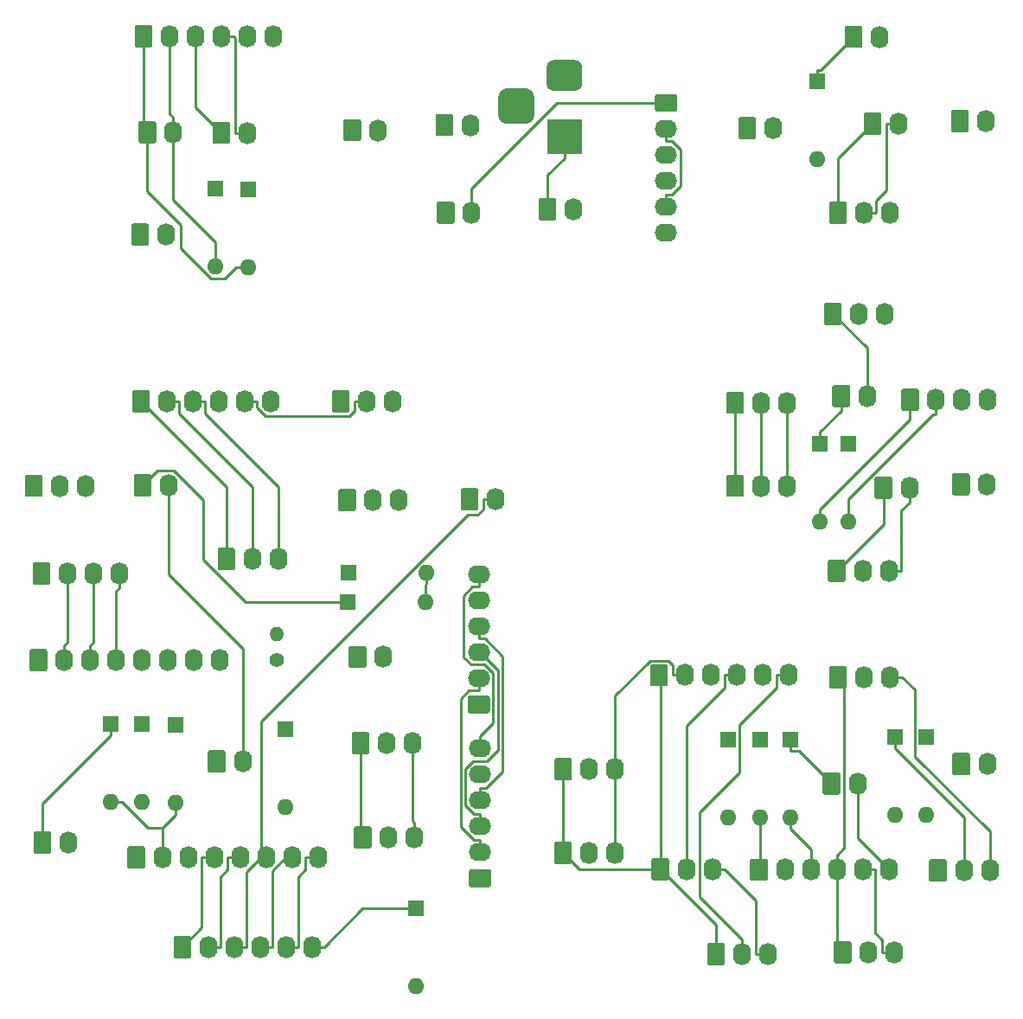
<source format=gbr>
G04 #@! TF.GenerationSoftware,KiCad,Pcbnew,(5.1.5-0-10_14)*
G04 #@! TF.CreationDate,2021-11-28T09:24:46+10:00*
G04 #@! TF.ProjectId,OH - Upper Mixed Small PCBs,4f48202d-2055-4707-9065-72204d697865,rev?*
G04 #@! TF.SameCoordinates,Original*
G04 #@! TF.FileFunction,Copper,L2,Bot*
G04 #@! TF.FilePolarity,Positive*
%FSLAX46Y46*%
G04 Gerber Fmt 4.6, Leading zero omitted, Abs format (unit mm)*
G04 Created by KiCad (PCBNEW (5.1.5-0-10_14)) date 2021-11-28 09:24:46*
%MOMM*%
%LPD*%
G04 APERTURE LIST*
%ADD10C,1.400000*%
%ADD11O,1.400000X1.400000*%
%ADD12C,0.100000*%
%ADD13R,3.500000X3.500000*%
%ADD14O,1.740000X2.200000*%
%ADD15O,2.200000X1.740000*%
%ADD16O,1.600000X1.600000*%
%ADD17R,1.600000X1.600000*%
%ADD18C,0.250000*%
G04 APERTURE END LIST*
D10*
X125603000Y-115316000D03*
D11*
X125603000Y-112776000D03*
G04 #@! TA.AperFunction,ComponentPad*
D12*
G36*
X150057765Y-59325713D02*
G01*
X150142704Y-59338313D01*
X150225999Y-59359177D01*
X150306848Y-59388105D01*
X150384472Y-59424819D01*
X150458124Y-59468964D01*
X150527094Y-59520116D01*
X150590718Y-59577782D01*
X150648384Y-59641406D01*
X150699536Y-59710376D01*
X150743681Y-59784028D01*
X150780395Y-59861652D01*
X150809323Y-59942501D01*
X150830187Y-60025796D01*
X150842787Y-60110735D01*
X150847000Y-60196500D01*
X150847000Y-61946500D01*
X150842787Y-62032265D01*
X150830187Y-62117204D01*
X150809323Y-62200499D01*
X150780395Y-62281348D01*
X150743681Y-62358972D01*
X150699536Y-62432624D01*
X150648384Y-62501594D01*
X150590718Y-62565218D01*
X150527094Y-62622884D01*
X150458124Y-62674036D01*
X150384472Y-62718181D01*
X150306848Y-62754895D01*
X150225999Y-62783823D01*
X150142704Y-62804687D01*
X150057765Y-62817287D01*
X149972000Y-62821500D01*
X148222000Y-62821500D01*
X148136235Y-62817287D01*
X148051296Y-62804687D01*
X147968001Y-62783823D01*
X147887152Y-62754895D01*
X147809528Y-62718181D01*
X147735876Y-62674036D01*
X147666906Y-62622884D01*
X147603282Y-62565218D01*
X147545616Y-62501594D01*
X147494464Y-62432624D01*
X147450319Y-62358972D01*
X147413605Y-62281348D01*
X147384677Y-62200499D01*
X147363813Y-62117204D01*
X147351213Y-62032265D01*
X147347000Y-61946500D01*
X147347000Y-60196500D01*
X147351213Y-60110735D01*
X147363813Y-60025796D01*
X147384677Y-59942501D01*
X147413605Y-59861652D01*
X147450319Y-59784028D01*
X147494464Y-59710376D01*
X147545616Y-59641406D01*
X147603282Y-59577782D01*
X147666906Y-59520116D01*
X147735876Y-59468964D01*
X147809528Y-59424819D01*
X147887152Y-59388105D01*
X147968001Y-59359177D01*
X148051296Y-59338313D01*
X148136235Y-59325713D01*
X148222000Y-59321500D01*
X149972000Y-59321500D01*
X150057765Y-59325713D01*
G37*
G04 #@! TD.AperFunction*
G04 #@! TA.AperFunction,ComponentPad*
G36*
X154870513Y-56575111D02*
G01*
X154943318Y-56585911D01*
X155014714Y-56603795D01*
X155084013Y-56628590D01*
X155150548Y-56660059D01*
X155213678Y-56697898D01*
X155272795Y-56741742D01*
X155327330Y-56791170D01*
X155376758Y-56845705D01*
X155420602Y-56904822D01*
X155458441Y-56967952D01*
X155489910Y-57034487D01*
X155514705Y-57103786D01*
X155532589Y-57175182D01*
X155543389Y-57247987D01*
X155547000Y-57321500D01*
X155547000Y-58821500D01*
X155543389Y-58895013D01*
X155532589Y-58967818D01*
X155514705Y-59039214D01*
X155489910Y-59108513D01*
X155458441Y-59175048D01*
X155420602Y-59238178D01*
X155376758Y-59297295D01*
X155327330Y-59351830D01*
X155272795Y-59401258D01*
X155213678Y-59445102D01*
X155150548Y-59482941D01*
X155084013Y-59514410D01*
X155014714Y-59539205D01*
X154943318Y-59557089D01*
X154870513Y-59567889D01*
X154797000Y-59571500D01*
X152797000Y-59571500D01*
X152723487Y-59567889D01*
X152650682Y-59557089D01*
X152579286Y-59539205D01*
X152509987Y-59514410D01*
X152443452Y-59482941D01*
X152380322Y-59445102D01*
X152321205Y-59401258D01*
X152266670Y-59351830D01*
X152217242Y-59297295D01*
X152173398Y-59238178D01*
X152135559Y-59175048D01*
X152104090Y-59108513D01*
X152079295Y-59039214D01*
X152061411Y-58967818D01*
X152050611Y-58895013D01*
X152047000Y-58821500D01*
X152047000Y-57321500D01*
X152050611Y-57247987D01*
X152061411Y-57175182D01*
X152079295Y-57103786D01*
X152104090Y-57034487D01*
X152135559Y-56967952D01*
X152173398Y-56904822D01*
X152217242Y-56845705D01*
X152266670Y-56791170D01*
X152321205Y-56741742D01*
X152380322Y-56697898D01*
X152443452Y-56660059D01*
X152509987Y-56628590D01*
X152579286Y-56603795D01*
X152650682Y-56585911D01*
X152723487Y-56575111D01*
X152797000Y-56571500D01*
X154797000Y-56571500D01*
X154870513Y-56575111D01*
G37*
G04 #@! TD.AperFunction*
D13*
X153797000Y-64071500D03*
D14*
X154686000Y-71183500D03*
G04 #@! TA.AperFunction,ComponentPad*
D12*
G36*
X152790505Y-70084704D02*
G01*
X152814773Y-70088304D01*
X152838572Y-70094265D01*
X152861671Y-70102530D01*
X152883850Y-70113020D01*
X152904893Y-70125632D01*
X152924599Y-70140247D01*
X152942777Y-70156723D01*
X152959253Y-70174901D01*
X152973868Y-70194607D01*
X152986480Y-70215650D01*
X152996970Y-70237829D01*
X153005235Y-70260928D01*
X153011196Y-70284727D01*
X153014796Y-70308995D01*
X153016000Y-70333499D01*
X153016000Y-72033501D01*
X153014796Y-72058005D01*
X153011196Y-72082273D01*
X153005235Y-72106072D01*
X152996970Y-72129171D01*
X152986480Y-72151350D01*
X152973868Y-72172393D01*
X152959253Y-72192099D01*
X152942777Y-72210277D01*
X152924599Y-72226753D01*
X152904893Y-72241368D01*
X152883850Y-72253980D01*
X152861671Y-72264470D01*
X152838572Y-72272735D01*
X152814773Y-72278696D01*
X152790505Y-72282296D01*
X152766001Y-72283500D01*
X151525999Y-72283500D01*
X151501495Y-72282296D01*
X151477227Y-72278696D01*
X151453428Y-72272735D01*
X151430329Y-72264470D01*
X151408150Y-72253980D01*
X151387107Y-72241368D01*
X151367401Y-72226753D01*
X151349223Y-72210277D01*
X151332747Y-72192099D01*
X151318132Y-72172393D01*
X151305520Y-72151350D01*
X151295030Y-72129171D01*
X151286765Y-72106072D01*
X151280804Y-72082273D01*
X151277204Y-72058005D01*
X151276000Y-72033501D01*
X151276000Y-70333499D01*
X151277204Y-70308995D01*
X151280804Y-70284727D01*
X151286765Y-70260928D01*
X151295030Y-70237829D01*
X151305520Y-70215650D01*
X151318132Y-70194607D01*
X151332747Y-70174901D01*
X151349223Y-70156723D01*
X151367401Y-70140247D01*
X151387107Y-70125632D01*
X151408150Y-70113020D01*
X151430329Y-70102530D01*
X151453428Y-70094265D01*
X151477227Y-70088304D01*
X151501495Y-70084704D01*
X151525999Y-70083500D01*
X152766001Y-70083500D01*
X152790505Y-70084704D01*
G37*
G04 #@! TD.AperFunction*
D15*
X163766000Y-73469500D03*
X163766000Y-70929500D03*
X163766000Y-68389500D03*
X163766000Y-65849500D03*
X163766000Y-63309500D03*
G04 #@! TA.AperFunction,ComponentPad*
D12*
G36*
X164640505Y-59900704D02*
G01*
X164664773Y-59904304D01*
X164688572Y-59910265D01*
X164711671Y-59918530D01*
X164733850Y-59929020D01*
X164754893Y-59941632D01*
X164774599Y-59956247D01*
X164792777Y-59972723D01*
X164809253Y-59990901D01*
X164823868Y-60010607D01*
X164836480Y-60031650D01*
X164846970Y-60053829D01*
X164855235Y-60076928D01*
X164861196Y-60100727D01*
X164864796Y-60124995D01*
X164866000Y-60149499D01*
X164866000Y-61389501D01*
X164864796Y-61414005D01*
X164861196Y-61438273D01*
X164855235Y-61462072D01*
X164846970Y-61485171D01*
X164836480Y-61507350D01*
X164823868Y-61528393D01*
X164809253Y-61548099D01*
X164792777Y-61566277D01*
X164774599Y-61582753D01*
X164754893Y-61597368D01*
X164733850Y-61609980D01*
X164711671Y-61620470D01*
X164688572Y-61628735D01*
X164664773Y-61634696D01*
X164640505Y-61638296D01*
X164616001Y-61639500D01*
X162915999Y-61639500D01*
X162891495Y-61638296D01*
X162867227Y-61634696D01*
X162843428Y-61628735D01*
X162820329Y-61620470D01*
X162798150Y-61609980D01*
X162777107Y-61597368D01*
X162757401Y-61582753D01*
X162739223Y-61566277D01*
X162722747Y-61548099D01*
X162708132Y-61528393D01*
X162695520Y-61507350D01*
X162685030Y-61485171D01*
X162676765Y-61462072D01*
X162670804Y-61438273D01*
X162667204Y-61414005D01*
X162666000Y-61389501D01*
X162666000Y-60149499D01*
X162667204Y-60124995D01*
X162670804Y-60100727D01*
X162676765Y-60076928D01*
X162685030Y-60053829D01*
X162695520Y-60031650D01*
X162708132Y-60010607D01*
X162722747Y-59990901D01*
X162739223Y-59972723D01*
X162757401Y-59956247D01*
X162777107Y-59941632D01*
X162798150Y-59929020D01*
X162820329Y-59918530D01*
X162843428Y-59910265D01*
X162867227Y-59904304D01*
X162891495Y-59900704D01*
X162915999Y-59899500D01*
X164616001Y-59899500D01*
X164640505Y-59900704D01*
G37*
G04 #@! TD.AperFunction*
D14*
X144716000Y-71501000D03*
G04 #@! TA.AperFunction,ComponentPad*
D12*
G36*
X142820505Y-70402204D02*
G01*
X142844773Y-70405804D01*
X142868572Y-70411765D01*
X142891671Y-70420030D01*
X142913850Y-70430520D01*
X142934893Y-70443132D01*
X142954599Y-70457747D01*
X142972777Y-70474223D01*
X142989253Y-70492401D01*
X143003868Y-70512107D01*
X143016480Y-70533150D01*
X143026970Y-70555329D01*
X143035235Y-70578428D01*
X143041196Y-70602227D01*
X143044796Y-70626495D01*
X143046000Y-70650999D01*
X143046000Y-72351001D01*
X143044796Y-72375505D01*
X143041196Y-72399773D01*
X143035235Y-72423572D01*
X143026970Y-72446671D01*
X143016480Y-72468850D01*
X143003868Y-72489893D01*
X142989253Y-72509599D01*
X142972777Y-72527777D01*
X142954599Y-72544253D01*
X142934893Y-72558868D01*
X142913850Y-72571480D01*
X142891671Y-72581970D01*
X142868572Y-72590235D01*
X142844773Y-72596196D01*
X142820505Y-72599796D01*
X142796001Y-72601000D01*
X141555999Y-72601000D01*
X141531495Y-72599796D01*
X141507227Y-72596196D01*
X141483428Y-72590235D01*
X141460329Y-72581970D01*
X141438150Y-72571480D01*
X141417107Y-72558868D01*
X141397401Y-72544253D01*
X141379223Y-72527777D01*
X141362747Y-72509599D01*
X141348132Y-72489893D01*
X141335520Y-72468850D01*
X141325030Y-72446671D01*
X141316765Y-72423572D01*
X141310804Y-72399773D01*
X141307204Y-72375505D01*
X141306000Y-72351001D01*
X141306000Y-70650999D01*
X141307204Y-70626495D01*
X141310804Y-70602227D01*
X141316765Y-70578428D01*
X141325030Y-70555329D01*
X141335520Y-70533150D01*
X141348132Y-70512107D01*
X141362747Y-70492401D01*
X141379223Y-70474223D01*
X141397401Y-70457747D01*
X141417107Y-70443132D01*
X141438150Y-70430520D01*
X141460329Y-70420030D01*
X141483428Y-70411765D01*
X141507227Y-70405804D01*
X141531495Y-70402204D01*
X141555999Y-70401000D01*
X142796001Y-70401000D01*
X142820505Y-70402204D01*
G37*
G04 #@! TD.AperFunction*
D14*
X144590000Y-62928500D03*
G04 #@! TA.AperFunction,ComponentPad*
D12*
G36*
X142694505Y-61829704D02*
G01*
X142718773Y-61833304D01*
X142742572Y-61839265D01*
X142765671Y-61847530D01*
X142787850Y-61858020D01*
X142808893Y-61870632D01*
X142828599Y-61885247D01*
X142846777Y-61901723D01*
X142863253Y-61919901D01*
X142877868Y-61939607D01*
X142890480Y-61960650D01*
X142900970Y-61982829D01*
X142909235Y-62005928D01*
X142915196Y-62029727D01*
X142918796Y-62053995D01*
X142920000Y-62078499D01*
X142920000Y-63778501D01*
X142918796Y-63803005D01*
X142915196Y-63827273D01*
X142909235Y-63851072D01*
X142900970Y-63874171D01*
X142890480Y-63896350D01*
X142877868Y-63917393D01*
X142863253Y-63937099D01*
X142846777Y-63955277D01*
X142828599Y-63971753D01*
X142808893Y-63986368D01*
X142787850Y-63998980D01*
X142765671Y-64009470D01*
X142742572Y-64017735D01*
X142718773Y-64023696D01*
X142694505Y-64027296D01*
X142670001Y-64028500D01*
X141429999Y-64028500D01*
X141405495Y-64027296D01*
X141381227Y-64023696D01*
X141357428Y-64017735D01*
X141334329Y-64009470D01*
X141312150Y-63998980D01*
X141291107Y-63986368D01*
X141271401Y-63971753D01*
X141253223Y-63955277D01*
X141236747Y-63937099D01*
X141222132Y-63917393D01*
X141209520Y-63896350D01*
X141199030Y-63874171D01*
X141190765Y-63851072D01*
X141184804Y-63827273D01*
X141181204Y-63803005D01*
X141180000Y-63778501D01*
X141180000Y-62078499D01*
X141181204Y-62053995D01*
X141184804Y-62029727D01*
X141190765Y-62005928D01*
X141199030Y-61982829D01*
X141209520Y-61960650D01*
X141222132Y-61939607D01*
X141236747Y-61919901D01*
X141253223Y-61901723D01*
X141271401Y-61885247D01*
X141291107Y-61870632D01*
X141312150Y-61858020D01*
X141334329Y-61847530D01*
X141357428Y-61839265D01*
X141381227Y-61833304D01*
X141405495Y-61829704D01*
X141429999Y-61828500D01*
X142670001Y-61828500D01*
X142694505Y-61829704D01*
G37*
G04 #@! TD.AperFunction*
D14*
X195174000Y-98094800D03*
G04 #@! TA.AperFunction,ComponentPad*
D12*
G36*
X193278505Y-96996004D02*
G01*
X193302773Y-96999604D01*
X193326572Y-97005565D01*
X193349671Y-97013830D01*
X193371850Y-97024320D01*
X193392893Y-97036932D01*
X193412599Y-97051547D01*
X193430777Y-97068023D01*
X193447253Y-97086201D01*
X193461868Y-97105907D01*
X193474480Y-97126950D01*
X193484970Y-97149129D01*
X193493235Y-97172228D01*
X193499196Y-97196027D01*
X193502796Y-97220295D01*
X193504000Y-97244799D01*
X193504000Y-98944801D01*
X193502796Y-98969305D01*
X193499196Y-98993573D01*
X193493235Y-99017372D01*
X193484970Y-99040471D01*
X193474480Y-99062650D01*
X193461868Y-99083693D01*
X193447253Y-99103399D01*
X193430777Y-99121577D01*
X193412599Y-99138053D01*
X193392893Y-99152668D01*
X193371850Y-99165280D01*
X193349671Y-99175770D01*
X193326572Y-99184035D01*
X193302773Y-99189996D01*
X193278505Y-99193596D01*
X193254001Y-99194800D01*
X192013999Y-99194800D01*
X191989495Y-99193596D01*
X191965227Y-99189996D01*
X191941428Y-99184035D01*
X191918329Y-99175770D01*
X191896150Y-99165280D01*
X191875107Y-99152668D01*
X191855401Y-99138053D01*
X191837223Y-99121577D01*
X191820747Y-99103399D01*
X191806132Y-99083693D01*
X191793520Y-99062650D01*
X191783030Y-99040471D01*
X191774765Y-99017372D01*
X191768804Y-98993573D01*
X191765204Y-98969305D01*
X191764000Y-98944801D01*
X191764000Y-97244799D01*
X191765204Y-97220295D01*
X191768804Y-97196027D01*
X191774765Y-97172228D01*
X191783030Y-97149129D01*
X191793520Y-97126950D01*
X191806132Y-97105907D01*
X191820747Y-97086201D01*
X191837223Y-97068023D01*
X191855401Y-97051547D01*
X191875107Y-97036932D01*
X191896150Y-97024320D01*
X191918329Y-97013830D01*
X191941428Y-97005565D01*
X191965227Y-96999604D01*
X191989495Y-96996004D01*
X192013999Y-96994800D01*
X193254001Y-96994800D01*
X193278505Y-96996004D01*
G37*
G04 #@! TD.AperFunction*
D14*
X187579000Y-98425000D03*
G04 #@! TA.AperFunction,ComponentPad*
D12*
G36*
X185683505Y-97326204D02*
G01*
X185707773Y-97329804D01*
X185731572Y-97335765D01*
X185754671Y-97344030D01*
X185776850Y-97354520D01*
X185797893Y-97367132D01*
X185817599Y-97381747D01*
X185835777Y-97398223D01*
X185852253Y-97416401D01*
X185866868Y-97436107D01*
X185879480Y-97457150D01*
X185889970Y-97479329D01*
X185898235Y-97502428D01*
X185904196Y-97526227D01*
X185907796Y-97550495D01*
X185909000Y-97574999D01*
X185909000Y-99275001D01*
X185907796Y-99299505D01*
X185904196Y-99323773D01*
X185898235Y-99347572D01*
X185889970Y-99370671D01*
X185879480Y-99392850D01*
X185866868Y-99413893D01*
X185852253Y-99433599D01*
X185835777Y-99451777D01*
X185817599Y-99468253D01*
X185797893Y-99482868D01*
X185776850Y-99495480D01*
X185754671Y-99505970D01*
X185731572Y-99514235D01*
X185707773Y-99520196D01*
X185683505Y-99523796D01*
X185659001Y-99525000D01*
X184418999Y-99525000D01*
X184394495Y-99523796D01*
X184370227Y-99520196D01*
X184346428Y-99514235D01*
X184323329Y-99505970D01*
X184301150Y-99495480D01*
X184280107Y-99482868D01*
X184260401Y-99468253D01*
X184242223Y-99451777D01*
X184225747Y-99433599D01*
X184211132Y-99413893D01*
X184198520Y-99392850D01*
X184188030Y-99370671D01*
X184179765Y-99347572D01*
X184173804Y-99323773D01*
X184170204Y-99299505D01*
X184169000Y-99275001D01*
X184169000Y-97574999D01*
X184170204Y-97550495D01*
X184173804Y-97526227D01*
X184179765Y-97502428D01*
X184188030Y-97479329D01*
X184198520Y-97457150D01*
X184211132Y-97436107D01*
X184225747Y-97416401D01*
X184242223Y-97398223D01*
X184260401Y-97381747D01*
X184280107Y-97367132D01*
X184301150Y-97354520D01*
X184323329Y-97344030D01*
X184346428Y-97335765D01*
X184370227Y-97329804D01*
X184394495Y-97326204D01*
X184418999Y-97325000D01*
X185659001Y-97325000D01*
X185683505Y-97326204D01*
G37*
G04 #@! TD.AperFunction*
D14*
X195072000Y-62534800D03*
G04 #@! TA.AperFunction,ComponentPad*
D12*
G36*
X193176505Y-61436004D02*
G01*
X193200773Y-61439604D01*
X193224572Y-61445565D01*
X193247671Y-61453830D01*
X193269850Y-61464320D01*
X193290893Y-61476932D01*
X193310599Y-61491547D01*
X193328777Y-61508023D01*
X193345253Y-61526201D01*
X193359868Y-61545907D01*
X193372480Y-61566950D01*
X193382970Y-61589129D01*
X193391235Y-61612228D01*
X193397196Y-61636027D01*
X193400796Y-61660295D01*
X193402000Y-61684799D01*
X193402000Y-63384801D01*
X193400796Y-63409305D01*
X193397196Y-63433573D01*
X193391235Y-63457372D01*
X193382970Y-63480471D01*
X193372480Y-63502650D01*
X193359868Y-63523693D01*
X193345253Y-63543399D01*
X193328777Y-63561577D01*
X193310599Y-63578053D01*
X193290893Y-63592668D01*
X193269850Y-63605280D01*
X193247671Y-63615770D01*
X193224572Y-63624035D01*
X193200773Y-63629996D01*
X193176505Y-63633596D01*
X193152001Y-63634800D01*
X191911999Y-63634800D01*
X191887495Y-63633596D01*
X191863227Y-63629996D01*
X191839428Y-63624035D01*
X191816329Y-63615770D01*
X191794150Y-63605280D01*
X191773107Y-63592668D01*
X191753401Y-63578053D01*
X191735223Y-63561577D01*
X191718747Y-63543399D01*
X191704132Y-63523693D01*
X191691520Y-63502650D01*
X191681030Y-63480471D01*
X191672765Y-63457372D01*
X191666804Y-63433573D01*
X191663204Y-63409305D01*
X191662000Y-63384801D01*
X191662000Y-61684799D01*
X191663204Y-61660295D01*
X191666804Y-61636027D01*
X191672765Y-61612228D01*
X191681030Y-61589129D01*
X191691520Y-61566950D01*
X191704132Y-61545907D01*
X191718747Y-61526201D01*
X191735223Y-61508023D01*
X191753401Y-61491547D01*
X191773107Y-61476932D01*
X191794150Y-61464320D01*
X191816329Y-61453830D01*
X191839428Y-61445565D01*
X191863227Y-61439604D01*
X191887495Y-61436004D01*
X191911999Y-61434800D01*
X193152001Y-61434800D01*
X193176505Y-61436004D01*
G37*
G04 #@! TD.AperFunction*
D14*
X186500000Y-62801500D03*
G04 #@! TA.AperFunction,ComponentPad*
D12*
G36*
X184604505Y-61702704D02*
G01*
X184628773Y-61706304D01*
X184652572Y-61712265D01*
X184675671Y-61720530D01*
X184697850Y-61731020D01*
X184718893Y-61743632D01*
X184738599Y-61758247D01*
X184756777Y-61774723D01*
X184773253Y-61792901D01*
X184787868Y-61812607D01*
X184800480Y-61833650D01*
X184810970Y-61855829D01*
X184819235Y-61878928D01*
X184825196Y-61902727D01*
X184828796Y-61926995D01*
X184830000Y-61951499D01*
X184830000Y-63651501D01*
X184828796Y-63676005D01*
X184825196Y-63700273D01*
X184819235Y-63724072D01*
X184810970Y-63747171D01*
X184800480Y-63769350D01*
X184787868Y-63790393D01*
X184773253Y-63810099D01*
X184756777Y-63828277D01*
X184738599Y-63844753D01*
X184718893Y-63859368D01*
X184697850Y-63871980D01*
X184675671Y-63882470D01*
X184652572Y-63890735D01*
X184628773Y-63896696D01*
X184604505Y-63900296D01*
X184580001Y-63901500D01*
X183339999Y-63901500D01*
X183315495Y-63900296D01*
X183291227Y-63896696D01*
X183267428Y-63890735D01*
X183244329Y-63882470D01*
X183222150Y-63871980D01*
X183201107Y-63859368D01*
X183181401Y-63844753D01*
X183163223Y-63828277D01*
X183146747Y-63810099D01*
X183132132Y-63790393D01*
X183119520Y-63769350D01*
X183109030Y-63747171D01*
X183100765Y-63724072D01*
X183094804Y-63700273D01*
X183091204Y-63676005D01*
X183090000Y-63651501D01*
X183090000Y-61951499D01*
X183091204Y-61926995D01*
X183094804Y-61902727D01*
X183100765Y-61878928D01*
X183109030Y-61855829D01*
X183119520Y-61833650D01*
X183132132Y-61812607D01*
X183146747Y-61792901D01*
X183163223Y-61774723D01*
X183181401Y-61758247D01*
X183201107Y-61743632D01*
X183222150Y-61731020D01*
X183244329Y-61720530D01*
X183267428Y-61712265D01*
X183291227Y-61706304D01*
X183315495Y-61702704D01*
X183339999Y-61701500D01*
X184580001Y-61701500D01*
X184604505Y-61702704D01*
G37*
G04 #@! TD.AperFunction*
D14*
X115062000Y-98171000D03*
G04 #@! TA.AperFunction,ComponentPad*
D12*
G36*
X113166505Y-97072204D02*
G01*
X113190773Y-97075804D01*
X113214572Y-97081765D01*
X113237671Y-97090030D01*
X113259850Y-97100520D01*
X113280893Y-97113132D01*
X113300599Y-97127747D01*
X113318777Y-97144223D01*
X113335253Y-97162401D01*
X113349868Y-97182107D01*
X113362480Y-97203150D01*
X113372970Y-97225329D01*
X113381235Y-97248428D01*
X113387196Y-97272227D01*
X113390796Y-97296495D01*
X113392000Y-97320999D01*
X113392000Y-99021001D01*
X113390796Y-99045505D01*
X113387196Y-99069773D01*
X113381235Y-99093572D01*
X113372970Y-99116671D01*
X113362480Y-99138850D01*
X113349868Y-99159893D01*
X113335253Y-99179599D01*
X113318777Y-99197777D01*
X113300599Y-99214253D01*
X113280893Y-99228868D01*
X113259850Y-99241480D01*
X113237671Y-99251970D01*
X113214572Y-99260235D01*
X113190773Y-99266196D01*
X113166505Y-99269796D01*
X113142001Y-99271000D01*
X111901999Y-99271000D01*
X111877495Y-99269796D01*
X111853227Y-99266196D01*
X111829428Y-99260235D01*
X111806329Y-99251970D01*
X111784150Y-99241480D01*
X111763107Y-99228868D01*
X111743401Y-99214253D01*
X111725223Y-99197777D01*
X111708747Y-99179599D01*
X111694132Y-99159893D01*
X111681520Y-99138850D01*
X111671030Y-99116671D01*
X111662765Y-99093572D01*
X111656804Y-99069773D01*
X111653204Y-99045505D01*
X111652000Y-99021001D01*
X111652000Y-97320999D01*
X111653204Y-97296495D01*
X111656804Y-97272227D01*
X111662765Y-97248428D01*
X111671030Y-97225329D01*
X111681520Y-97203150D01*
X111694132Y-97182107D01*
X111708747Y-97162401D01*
X111725223Y-97144223D01*
X111743401Y-97127747D01*
X111763107Y-97113132D01*
X111784150Y-97100520D01*
X111806329Y-97090030D01*
X111829428Y-97081765D01*
X111853227Y-97075804D01*
X111877495Y-97072204D01*
X111901999Y-97071000D01*
X113142001Y-97071000D01*
X113166505Y-97072204D01*
G37*
G04 #@! TD.AperFunction*
D14*
X147066000Y-99568000D03*
G04 #@! TA.AperFunction,ComponentPad*
D12*
G36*
X145170505Y-98469204D02*
G01*
X145194773Y-98472804D01*
X145218572Y-98478765D01*
X145241671Y-98487030D01*
X145263850Y-98497520D01*
X145284893Y-98510132D01*
X145304599Y-98524747D01*
X145322777Y-98541223D01*
X145339253Y-98559401D01*
X145353868Y-98579107D01*
X145366480Y-98600150D01*
X145376970Y-98622329D01*
X145385235Y-98645428D01*
X145391196Y-98669227D01*
X145394796Y-98693495D01*
X145396000Y-98717999D01*
X145396000Y-100418001D01*
X145394796Y-100442505D01*
X145391196Y-100466773D01*
X145385235Y-100490572D01*
X145376970Y-100513671D01*
X145366480Y-100535850D01*
X145353868Y-100556893D01*
X145339253Y-100576599D01*
X145322777Y-100594777D01*
X145304599Y-100611253D01*
X145284893Y-100625868D01*
X145263850Y-100638480D01*
X145241671Y-100648970D01*
X145218572Y-100657235D01*
X145194773Y-100663196D01*
X145170505Y-100666796D01*
X145146001Y-100668000D01*
X143905999Y-100668000D01*
X143881495Y-100666796D01*
X143857227Y-100663196D01*
X143833428Y-100657235D01*
X143810329Y-100648970D01*
X143788150Y-100638480D01*
X143767107Y-100625868D01*
X143747401Y-100611253D01*
X143729223Y-100594777D01*
X143712747Y-100576599D01*
X143698132Y-100556893D01*
X143685520Y-100535850D01*
X143675030Y-100513671D01*
X143666765Y-100490572D01*
X143660804Y-100466773D01*
X143657204Y-100442505D01*
X143656000Y-100418001D01*
X143656000Y-98717999D01*
X143657204Y-98693495D01*
X143660804Y-98669227D01*
X143666765Y-98645428D01*
X143675030Y-98622329D01*
X143685520Y-98600150D01*
X143698132Y-98579107D01*
X143712747Y-98559401D01*
X143729223Y-98541223D01*
X143747401Y-98524747D01*
X143767107Y-98510132D01*
X143788150Y-98497520D01*
X143810329Y-98487030D01*
X143833428Y-98478765D01*
X143857227Y-98472804D01*
X143881495Y-98469204D01*
X143905999Y-98468000D01*
X145146001Y-98468000D01*
X145170505Y-98469204D01*
G37*
G04 #@! TD.AperFunction*
D16*
X140208000Y-109601000D03*
D17*
X132588000Y-109601000D03*
D16*
X140272000Y-106744000D03*
D17*
X132652000Y-106744000D03*
D14*
X125032000Y-89979500D03*
X122492000Y-89979500D03*
X119952000Y-89979500D03*
X117412000Y-89979500D03*
X114872000Y-89979500D03*
G04 #@! TA.AperFunction,ComponentPad*
D12*
G36*
X112976505Y-88880704D02*
G01*
X113000773Y-88884304D01*
X113024572Y-88890265D01*
X113047671Y-88898530D01*
X113069850Y-88909020D01*
X113090893Y-88921632D01*
X113110599Y-88936247D01*
X113128777Y-88952723D01*
X113145253Y-88970901D01*
X113159868Y-88990607D01*
X113172480Y-89011650D01*
X113182970Y-89033829D01*
X113191235Y-89056928D01*
X113197196Y-89080727D01*
X113200796Y-89104995D01*
X113202000Y-89129499D01*
X113202000Y-90829501D01*
X113200796Y-90854005D01*
X113197196Y-90878273D01*
X113191235Y-90902072D01*
X113182970Y-90925171D01*
X113172480Y-90947350D01*
X113159868Y-90968393D01*
X113145253Y-90988099D01*
X113128777Y-91006277D01*
X113110599Y-91022753D01*
X113090893Y-91037368D01*
X113069850Y-91049980D01*
X113047671Y-91060470D01*
X113024572Y-91068735D01*
X113000773Y-91074696D01*
X112976505Y-91078296D01*
X112952001Y-91079500D01*
X111711999Y-91079500D01*
X111687495Y-91078296D01*
X111663227Y-91074696D01*
X111639428Y-91068735D01*
X111616329Y-91060470D01*
X111594150Y-91049980D01*
X111573107Y-91037368D01*
X111553401Y-91022753D01*
X111535223Y-91006277D01*
X111518747Y-90988099D01*
X111504132Y-90968393D01*
X111491520Y-90947350D01*
X111481030Y-90925171D01*
X111472765Y-90902072D01*
X111466804Y-90878273D01*
X111463204Y-90854005D01*
X111462000Y-90829501D01*
X111462000Y-89129499D01*
X111463204Y-89104995D01*
X111466804Y-89080727D01*
X111472765Y-89056928D01*
X111481030Y-89033829D01*
X111491520Y-89011650D01*
X111504132Y-88990607D01*
X111518747Y-88970901D01*
X111535223Y-88952723D01*
X111553401Y-88936247D01*
X111573107Y-88921632D01*
X111594150Y-88909020D01*
X111616329Y-88898530D01*
X111639428Y-88890265D01*
X111663227Y-88884304D01*
X111687495Y-88880704D01*
X111711999Y-88879500D01*
X112952001Y-88879500D01*
X112976505Y-88880704D01*
G37*
G04 #@! TD.AperFunction*
D14*
X137604000Y-99631500D03*
X135064000Y-99631500D03*
G04 #@! TA.AperFunction,ComponentPad*
D12*
G36*
X133168505Y-98532704D02*
G01*
X133192773Y-98536304D01*
X133216572Y-98542265D01*
X133239671Y-98550530D01*
X133261850Y-98561020D01*
X133282893Y-98573632D01*
X133302599Y-98588247D01*
X133320777Y-98604723D01*
X133337253Y-98622901D01*
X133351868Y-98642607D01*
X133364480Y-98663650D01*
X133374970Y-98685829D01*
X133383235Y-98708928D01*
X133389196Y-98732727D01*
X133392796Y-98756995D01*
X133394000Y-98781499D01*
X133394000Y-100481501D01*
X133392796Y-100506005D01*
X133389196Y-100530273D01*
X133383235Y-100554072D01*
X133374970Y-100577171D01*
X133364480Y-100599350D01*
X133351868Y-100620393D01*
X133337253Y-100640099D01*
X133320777Y-100658277D01*
X133302599Y-100674753D01*
X133282893Y-100689368D01*
X133261850Y-100701980D01*
X133239671Y-100712470D01*
X133216572Y-100720735D01*
X133192773Y-100726696D01*
X133168505Y-100730296D01*
X133144001Y-100731500D01*
X131903999Y-100731500D01*
X131879495Y-100730296D01*
X131855227Y-100726696D01*
X131831428Y-100720735D01*
X131808329Y-100712470D01*
X131786150Y-100701980D01*
X131765107Y-100689368D01*
X131745401Y-100674753D01*
X131727223Y-100658277D01*
X131710747Y-100640099D01*
X131696132Y-100620393D01*
X131683520Y-100599350D01*
X131673030Y-100577171D01*
X131664765Y-100554072D01*
X131658804Y-100530273D01*
X131655204Y-100506005D01*
X131654000Y-100481501D01*
X131654000Y-98781499D01*
X131655204Y-98756995D01*
X131658804Y-98732727D01*
X131664765Y-98708928D01*
X131673030Y-98685829D01*
X131683520Y-98663650D01*
X131696132Y-98642607D01*
X131710747Y-98622901D01*
X131727223Y-98604723D01*
X131745401Y-98588247D01*
X131765107Y-98573632D01*
X131786150Y-98561020D01*
X131808329Y-98550530D01*
X131831428Y-98542265D01*
X131855227Y-98536304D01*
X131879495Y-98532704D01*
X131903999Y-98531500D01*
X133144001Y-98531500D01*
X133168505Y-98532704D01*
G37*
G04 #@! TD.AperFunction*
D14*
X125794000Y-105410000D03*
X123254000Y-105410000D03*
G04 #@! TA.AperFunction,ComponentPad*
D12*
G36*
X121358505Y-104311204D02*
G01*
X121382773Y-104314804D01*
X121406572Y-104320765D01*
X121429671Y-104329030D01*
X121451850Y-104339520D01*
X121472893Y-104352132D01*
X121492599Y-104366747D01*
X121510777Y-104383223D01*
X121527253Y-104401401D01*
X121541868Y-104421107D01*
X121554480Y-104442150D01*
X121564970Y-104464329D01*
X121573235Y-104487428D01*
X121579196Y-104511227D01*
X121582796Y-104535495D01*
X121584000Y-104559999D01*
X121584000Y-106260001D01*
X121582796Y-106284505D01*
X121579196Y-106308773D01*
X121573235Y-106332572D01*
X121564970Y-106355671D01*
X121554480Y-106377850D01*
X121541868Y-106398893D01*
X121527253Y-106418599D01*
X121510777Y-106436777D01*
X121492599Y-106453253D01*
X121472893Y-106467868D01*
X121451850Y-106480480D01*
X121429671Y-106490970D01*
X121406572Y-106499235D01*
X121382773Y-106505196D01*
X121358505Y-106508796D01*
X121334001Y-106510000D01*
X120093999Y-106510000D01*
X120069495Y-106508796D01*
X120045227Y-106505196D01*
X120021428Y-106499235D01*
X119998329Y-106490970D01*
X119976150Y-106480480D01*
X119955107Y-106467868D01*
X119935401Y-106453253D01*
X119917223Y-106436777D01*
X119900747Y-106418599D01*
X119886132Y-106398893D01*
X119873520Y-106377850D01*
X119863030Y-106355671D01*
X119854765Y-106332572D01*
X119848804Y-106308773D01*
X119845204Y-106284505D01*
X119844000Y-106260001D01*
X119844000Y-104559999D01*
X119845204Y-104535495D01*
X119848804Y-104511227D01*
X119854765Y-104487428D01*
X119863030Y-104464329D01*
X119873520Y-104442150D01*
X119886132Y-104421107D01*
X119900747Y-104401401D01*
X119917223Y-104383223D01*
X119935401Y-104366747D01*
X119955107Y-104352132D01*
X119976150Y-104339520D01*
X119998329Y-104329030D01*
X120021428Y-104320765D01*
X120045227Y-104314804D01*
X120069495Y-104311204D01*
X120093999Y-104310000D01*
X121334001Y-104310000D01*
X121358505Y-104311204D01*
G37*
G04 #@! TD.AperFunction*
D14*
X136970000Y-89979500D03*
X134430000Y-89979500D03*
G04 #@! TA.AperFunction,ComponentPad*
D12*
G36*
X132534505Y-88880704D02*
G01*
X132558773Y-88884304D01*
X132582572Y-88890265D01*
X132605671Y-88898530D01*
X132627850Y-88909020D01*
X132648893Y-88921632D01*
X132668599Y-88936247D01*
X132686777Y-88952723D01*
X132703253Y-88970901D01*
X132717868Y-88990607D01*
X132730480Y-89011650D01*
X132740970Y-89033829D01*
X132749235Y-89056928D01*
X132755196Y-89080727D01*
X132758796Y-89104995D01*
X132760000Y-89129499D01*
X132760000Y-90829501D01*
X132758796Y-90854005D01*
X132755196Y-90878273D01*
X132749235Y-90902072D01*
X132740970Y-90925171D01*
X132730480Y-90947350D01*
X132717868Y-90968393D01*
X132703253Y-90988099D01*
X132686777Y-91006277D01*
X132668599Y-91022753D01*
X132648893Y-91037368D01*
X132627850Y-91049980D01*
X132605671Y-91060470D01*
X132582572Y-91068735D01*
X132558773Y-91074696D01*
X132534505Y-91078296D01*
X132510001Y-91079500D01*
X131269999Y-91079500D01*
X131245495Y-91078296D01*
X131221227Y-91074696D01*
X131197428Y-91068735D01*
X131174329Y-91060470D01*
X131152150Y-91049980D01*
X131131107Y-91037368D01*
X131111401Y-91022753D01*
X131093223Y-91006277D01*
X131076747Y-90988099D01*
X131062132Y-90968393D01*
X131049520Y-90947350D01*
X131039030Y-90925171D01*
X131030765Y-90902072D01*
X131024804Y-90878273D01*
X131021204Y-90854005D01*
X131020000Y-90829501D01*
X131020000Y-89129499D01*
X131021204Y-89104995D01*
X131024804Y-89080727D01*
X131030765Y-89056928D01*
X131039030Y-89033829D01*
X131049520Y-89011650D01*
X131062132Y-88990607D01*
X131076747Y-88970901D01*
X131093223Y-88952723D01*
X131111401Y-88936247D01*
X131131107Y-88921632D01*
X131152150Y-88909020D01*
X131174329Y-88898530D01*
X131197428Y-88890265D01*
X131221227Y-88884304D01*
X131245495Y-88880704D01*
X131269999Y-88879500D01*
X132510001Y-88879500D01*
X132534505Y-88880704D01*
G37*
G04 #@! TD.AperFunction*
D14*
X106934000Y-98234500D03*
X104394000Y-98234500D03*
G04 #@! TA.AperFunction,ComponentPad*
D12*
G36*
X102498505Y-97135704D02*
G01*
X102522773Y-97139304D01*
X102546572Y-97145265D01*
X102569671Y-97153530D01*
X102591850Y-97164020D01*
X102612893Y-97176632D01*
X102632599Y-97191247D01*
X102650777Y-97207723D01*
X102667253Y-97225901D01*
X102681868Y-97245607D01*
X102694480Y-97266650D01*
X102704970Y-97288829D01*
X102713235Y-97311928D01*
X102719196Y-97335727D01*
X102722796Y-97359995D01*
X102724000Y-97384499D01*
X102724000Y-99084501D01*
X102722796Y-99109005D01*
X102719196Y-99133273D01*
X102713235Y-99157072D01*
X102704970Y-99180171D01*
X102694480Y-99202350D01*
X102681868Y-99223393D01*
X102667253Y-99243099D01*
X102650777Y-99261277D01*
X102632599Y-99277753D01*
X102612893Y-99292368D01*
X102591850Y-99304980D01*
X102569671Y-99315470D01*
X102546572Y-99323735D01*
X102522773Y-99329696D01*
X102498505Y-99333296D01*
X102474001Y-99334500D01*
X101233999Y-99334500D01*
X101209495Y-99333296D01*
X101185227Y-99329696D01*
X101161428Y-99323735D01*
X101138329Y-99315470D01*
X101116150Y-99304980D01*
X101095107Y-99292368D01*
X101075401Y-99277753D01*
X101057223Y-99261277D01*
X101040747Y-99243099D01*
X101026132Y-99223393D01*
X101013520Y-99202350D01*
X101003030Y-99180171D01*
X100994765Y-99157072D01*
X100988804Y-99133273D01*
X100985204Y-99109005D01*
X100984000Y-99084501D01*
X100984000Y-97384499D01*
X100985204Y-97359995D01*
X100988804Y-97335727D01*
X100994765Y-97311928D01*
X101003030Y-97288829D01*
X101013520Y-97266650D01*
X101026132Y-97245607D01*
X101040747Y-97225901D01*
X101057223Y-97207723D01*
X101075401Y-97191247D01*
X101095107Y-97176632D01*
X101116150Y-97164020D01*
X101138329Y-97153530D01*
X101161428Y-97145265D01*
X101185227Y-97139304D01*
X101209495Y-97135704D01*
X101233999Y-97134500D01*
X102474001Y-97134500D01*
X102498505Y-97135704D01*
G37*
G04 #@! TD.AperFunction*
D14*
X183439000Y-89458800D03*
G04 #@! TA.AperFunction,ComponentPad*
D12*
G36*
X181543505Y-88360004D02*
G01*
X181567773Y-88363604D01*
X181591572Y-88369565D01*
X181614671Y-88377830D01*
X181636850Y-88388320D01*
X181657893Y-88400932D01*
X181677599Y-88415547D01*
X181695777Y-88432023D01*
X181712253Y-88450201D01*
X181726868Y-88469907D01*
X181739480Y-88490950D01*
X181749970Y-88513129D01*
X181758235Y-88536228D01*
X181764196Y-88560027D01*
X181767796Y-88584295D01*
X181769000Y-88608799D01*
X181769000Y-90308801D01*
X181767796Y-90333305D01*
X181764196Y-90357573D01*
X181758235Y-90381372D01*
X181749970Y-90404471D01*
X181739480Y-90426650D01*
X181726868Y-90447693D01*
X181712253Y-90467399D01*
X181695777Y-90485577D01*
X181677599Y-90502053D01*
X181657893Y-90516668D01*
X181636850Y-90529280D01*
X181614671Y-90539770D01*
X181591572Y-90548035D01*
X181567773Y-90553996D01*
X181543505Y-90557596D01*
X181519001Y-90558800D01*
X180278999Y-90558800D01*
X180254495Y-90557596D01*
X180230227Y-90553996D01*
X180206428Y-90548035D01*
X180183329Y-90539770D01*
X180161150Y-90529280D01*
X180140107Y-90516668D01*
X180120401Y-90502053D01*
X180102223Y-90485577D01*
X180085747Y-90467399D01*
X180071132Y-90447693D01*
X180058520Y-90426650D01*
X180048030Y-90404471D01*
X180039765Y-90381372D01*
X180033804Y-90357573D01*
X180030204Y-90333305D01*
X180029000Y-90308801D01*
X180029000Y-88608799D01*
X180030204Y-88584295D01*
X180033804Y-88560027D01*
X180039765Y-88536228D01*
X180048030Y-88513129D01*
X180058520Y-88490950D01*
X180071132Y-88469907D01*
X180085747Y-88450201D01*
X180102223Y-88432023D01*
X180120401Y-88415547D01*
X180140107Y-88400932D01*
X180161150Y-88388320D01*
X180183329Y-88377830D01*
X180206428Y-88369565D01*
X180230227Y-88363604D01*
X180254495Y-88360004D01*
X180278999Y-88358800D01*
X181519001Y-88358800D01*
X181543505Y-88360004D01*
G37*
G04 #@! TD.AperFunction*
D14*
X185166000Y-81407000D03*
X182626000Y-81407000D03*
G04 #@! TA.AperFunction,ComponentPad*
D12*
G36*
X180730505Y-80308204D02*
G01*
X180754773Y-80311804D01*
X180778572Y-80317765D01*
X180801671Y-80326030D01*
X180823850Y-80336520D01*
X180844893Y-80349132D01*
X180864599Y-80363747D01*
X180882777Y-80380223D01*
X180899253Y-80398401D01*
X180913868Y-80418107D01*
X180926480Y-80439150D01*
X180936970Y-80461329D01*
X180945235Y-80484428D01*
X180951196Y-80508227D01*
X180954796Y-80532495D01*
X180956000Y-80556999D01*
X180956000Y-82257001D01*
X180954796Y-82281505D01*
X180951196Y-82305773D01*
X180945235Y-82329572D01*
X180936970Y-82352671D01*
X180926480Y-82374850D01*
X180913868Y-82395893D01*
X180899253Y-82415599D01*
X180882777Y-82433777D01*
X180864599Y-82450253D01*
X180844893Y-82464868D01*
X180823850Y-82477480D01*
X180801671Y-82487970D01*
X180778572Y-82496235D01*
X180754773Y-82502196D01*
X180730505Y-82505796D01*
X180706001Y-82507000D01*
X179465999Y-82507000D01*
X179441495Y-82505796D01*
X179417227Y-82502196D01*
X179393428Y-82496235D01*
X179370329Y-82487970D01*
X179348150Y-82477480D01*
X179327107Y-82464868D01*
X179307401Y-82450253D01*
X179289223Y-82433777D01*
X179272747Y-82415599D01*
X179258132Y-82395893D01*
X179245520Y-82374850D01*
X179235030Y-82352671D01*
X179226765Y-82329572D01*
X179220804Y-82305773D01*
X179217204Y-82281505D01*
X179216000Y-82257001D01*
X179216000Y-80556999D01*
X179217204Y-80532495D01*
X179220804Y-80508227D01*
X179226765Y-80484428D01*
X179235030Y-80461329D01*
X179245520Y-80439150D01*
X179258132Y-80418107D01*
X179272747Y-80398401D01*
X179289223Y-80380223D01*
X179307401Y-80363747D01*
X179327107Y-80349132D01*
X179348150Y-80336520D01*
X179370329Y-80326030D01*
X179393428Y-80317765D01*
X179417227Y-80311804D01*
X179441495Y-80308204D01*
X179465999Y-80307000D01*
X180706001Y-80307000D01*
X180730505Y-80308204D01*
G37*
G04 #@! TD.AperFunction*
D14*
X129096000Y-143383000D03*
X126556000Y-143383000D03*
X124016000Y-143383000D03*
X121476000Y-143383000D03*
X118936000Y-143383000D03*
G04 #@! TA.AperFunction,ComponentPad*
D12*
G36*
X117040505Y-142284204D02*
G01*
X117064773Y-142287804D01*
X117088572Y-142293765D01*
X117111671Y-142302030D01*
X117133850Y-142312520D01*
X117154893Y-142325132D01*
X117174599Y-142339747D01*
X117192777Y-142356223D01*
X117209253Y-142374401D01*
X117223868Y-142394107D01*
X117236480Y-142415150D01*
X117246970Y-142437329D01*
X117255235Y-142460428D01*
X117261196Y-142484227D01*
X117264796Y-142508495D01*
X117266000Y-142532999D01*
X117266000Y-144233001D01*
X117264796Y-144257505D01*
X117261196Y-144281773D01*
X117255235Y-144305572D01*
X117246970Y-144328671D01*
X117236480Y-144350850D01*
X117223868Y-144371893D01*
X117209253Y-144391599D01*
X117192777Y-144409777D01*
X117174599Y-144426253D01*
X117154893Y-144440868D01*
X117133850Y-144453480D01*
X117111671Y-144463970D01*
X117088572Y-144472235D01*
X117064773Y-144478196D01*
X117040505Y-144481796D01*
X117016001Y-144483000D01*
X115775999Y-144483000D01*
X115751495Y-144481796D01*
X115727227Y-144478196D01*
X115703428Y-144472235D01*
X115680329Y-144463970D01*
X115658150Y-144453480D01*
X115637107Y-144440868D01*
X115617401Y-144426253D01*
X115599223Y-144409777D01*
X115582747Y-144391599D01*
X115568132Y-144371893D01*
X115555520Y-144350850D01*
X115545030Y-144328671D01*
X115536765Y-144305572D01*
X115530804Y-144281773D01*
X115527204Y-144257505D01*
X115526000Y-144233001D01*
X115526000Y-142532999D01*
X115527204Y-142508495D01*
X115530804Y-142484227D01*
X115536765Y-142460428D01*
X115545030Y-142437329D01*
X115555520Y-142415150D01*
X115568132Y-142394107D01*
X115582747Y-142374401D01*
X115599223Y-142356223D01*
X115617401Y-142339747D01*
X115637107Y-142325132D01*
X115658150Y-142312520D01*
X115680329Y-142302030D01*
X115703428Y-142293765D01*
X115727227Y-142287804D01*
X115751495Y-142284204D01*
X115775999Y-142283000D01*
X117016001Y-142283000D01*
X117040505Y-142284204D01*
G37*
G04 #@! TD.AperFunction*
D14*
X138938000Y-123444000D03*
X136398000Y-123444000D03*
G04 #@! TA.AperFunction,ComponentPad*
D12*
G36*
X134502505Y-122345204D02*
G01*
X134526773Y-122348804D01*
X134550572Y-122354765D01*
X134573671Y-122363030D01*
X134595850Y-122373520D01*
X134616893Y-122386132D01*
X134636599Y-122400747D01*
X134654777Y-122417223D01*
X134671253Y-122435401D01*
X134685868Y-122455107D01*
X134698480Y-122476150D01*
X134708970Y-122498329D01*
X134717235Y-122521428D01*
X134723196Y-122545227D01*
X134726796Y-122569495D01*
X134728000Y-122593999D01*
X134728000Y-124294001D01*
X134726796Y-124318505D01*
X134723196Y-124342773D01*
X134717235Y-124366572D01*
X134708970Y-124389671D01*
X134698480Y-124411850D01*
X134685868Y-124432893D01*
X134671253Y-124452599D01*
X134654777Y-124470777D01*
X134636599Y-124487253D01*
X134616893Y-124501868D01*
X134595850Y-124514480D01*
X134573671Y-124524970D01*
X134550572Y-124533235D01*
X134526773Y-124539196D01*
X134502505Y-124542796D01*
X134478001Y-124544000D01*
X133237999Y-124544000D01*
X133213495Y-124542796D01*
X133189227Y-124539196D01*
X133165428Y-124533235D01*
X133142329Y-124524970D01*
X133120150Y-124514480D01*
X133099107Y-124501868D01*
X133079401Y-124487253D01*
X133061223Y-124470777D01*
X133044747Y-124452599D01*
X133030132Y-124432893D01*
X133017520Y-124411850D01*
X133007030Y-124389671D01*
X132998765Y-124366572D01*
X132992804Y-124342773D01*
X132989204Y-124318505D01*
X132988000Y-124294001D01*
X132988000Y-122593999D01*
X132989204Y-122569495D01*
X132992804Y-122545227D01*
X132998765Y-122521428D01*
X133007030Y-122498329D01*
X133017520Y-122476150D01*
X133030132Y-122455107D01*
X133044747Y-122435401D01*
X133061223Y-122417223D01*
X133079401Y-122400747D01*
X133099107Y-122386132D01*
X133120150Y-122373520D01*
X133142329Y-122363030D01*
X133165428Y-122354765D01*
X133189227Y-122348804D01*
X133213495Y-122345204D01*
X133237999Y-122344000D01*
X134478001Y-122344000D01*
X134502505Y-122345204D01*
G37*
G04 #@! TD.AperFunction*
D14*
X122301000Y-125222000D03*
G04 #@! TA.AperFunction,ComponentPad*
D12*
G36*
X120405505Y-124123204D02*
G01*
X120429773Y-124126804D01*
X120453572Y-124132765D01*
X120476671Y-124141030D01*
X120498850Y-124151520D01*
X120519893Y-124164132D01*
X120539599Y-124178747D01*
X120557777Y-124195223D01*
X120574253Y-124213401D01*
X120588868Y-124233107D01*
X120601480Y-124254150D01*
X120611970Y-124276329D01*
X120620235Y-124299428D01*
X120626196Y-124323227D01*
X120629796Y-124347495D01*
X120631000Y-124371999D01*
X120631000Y-126072001D01*
X120629796Y-126096505D01*
X120626196Y-126120773D01*
X120620235Y-126144572D01*
X120611970Y-126167671D01*
X120601480Y-126189850D01*
X120588868Y-126210893D01*
X120574253Y-126230599D01*
X120557777Y-126248777D01*
X120539599Y-126265253D01*
X120519893Y-126279868D01*
X120498850Y-126292480D01*
X120476671Y-126302970D01*
X120453572Y-126311235D01*
X120429773Y-126317196D01*
X120405505Y-126320796D01*
X120381001Y-126322000D01*
X119140999Y-126322000D01*
X119116495Y-126320796D01*
X119092227Y-126317196D01*
X119068428Y-126311235D01*
X119045329Y-126302970D01*
X119023150Y-126292480D01*
X119002107Y-126279868D01*
X118982401Y-126265253D01*
X118964223Y-126248777D01*
X118947747Y-126230599D01*
X118933132Y-126210893D01*
X118920520Y-126189850D01*
X118910030Y-126167671D01*
X118901765Y-126144572D01*
X118895804Y-126120773D01*
X118892204Y-126096505D01*
X118891000Y-126072001D01*
X118891000Y-124371999D01*
X118892204Y-124347495D01*
X118895804Y-124323227D01*
X118901765Y-124299428D01*
X118910030Y-124276329D01*
X118920520Y-124254150D01*
X118933132Y-124233107D01*
X118947747Y-124213401D01*
X118964223Y-124195223D01*
X118982401Y-124178747D01*
X119002107Y-124164132D01*
X119023150Y-124151520D01*
X119045329Y-124141030D01*
X119068428Y-124132765D01*
X119092227Y-124126804D01*
X119116495Y-124123204D01*
X119140999Y-124122000D01*
X120381001Y-124122000D01*
X120405505Y-124123204D01*
G37*
G04 #@! TD.AperFunction*
D14*
X105220000Y-133160000D03*
G04 #@! TA.AperFunction,ComponentPad*
D12*
G36*
X103324505Y-132061204D02*
G01*
X103348773Y-132064804D01*
X103372572Y-132070765D01*
X103395671Y-132079030D01*
X103417850Y-132089520D01*
X103438893Y-132102132D01*
X103458599Y-132116747D01*
X103476777Y-132133223D01*
X103493253Y-132151401D01*
X103507868Y-132171107D01*
X103520480Y-132192150D01*
X103530970Y-132214329D01*
X103539235Y-132237428D01*
X103545196Y-132261227D01*
X103548796Y-132285495D01*
X103550000Y-132309999D01*
X103550000Y-134010001D01*
X103548796Y-134034505D01*
X103545196Y-134058773D01*
X103539235Y-134082572D01*
X103530970Y-134105671D01*
X103520480Y-134127850D01*
X103507868Y-134148893D01*
X103493253Y-134168599D01*
X103476777Y-134186777D01*
X103458599Y-134203253D01*
X103438893Y-134217868D01*
X103417850Y-134230480D01*
X103395671Y-134240970D01*
X103372572Y-134249235D01*
X103348773Y-134255196D01*
X103324505Y-134258796D01*
X103300001Y-134260000D01*
X102059999Y-134260000D01*
X102035495Y-134258796D01*
X102011227Y-134255196D01*
X101987428Y-134249235D01*
X101964329Y-134240970D01*
X101942150Y-134230480D01*
X101921107Y-134217868D01*
X101901401Y-134203253D01*
X101883223Y-134186777D01*
X101866747Y-134168599D01*
X101852132Y-134148893D01*
X101839520Y-134127850D01*
X101829030Y-134105671D01*
X101820765Y-134082572D01*
X101814804Y-134058773D01*
X101811204Y-134034505D01*
X101810000Y-134010001D01*
X101810000Y-132309999D01*
X101811204Y-132285495D01*
X101814804Y-132261227D01*
X101820765Y-132237428D01*
X101829030Y-132214329D01*
X101839520Y-132192150D01*
X101852132Y-132171107D01*
X101866747Y-132151401D01*
X101883223Y-132133223D01*
X101901401Y-132116747D01*
X101921107Y-132102132D01*
X101942150Y-132089520D01*
X101964329Y-132079030D01*
X101987428Y-132070765D01*
X102011227Y-132064804D01*
X102035495Y-132061204D01*
X102059999Y-132060000D01*
X103300001Y-132060000D01*
X103324505Y-132061204D01*
G37*
G04 #@! TD.AperFunction*
D14*
X139128000Y-132652000D03*
X136588000Y-132652000D03*
G04 #@! TA.AperFunction,ComponentPad*
D12*
G36*
X134692505Y-131553204D02*
G01*
X134716773Y-131556804D01*
X134740572Y-131562765D01*
X134763671Y-131571030D01*
X134785850Y-131581520D01*
X134806893Y-131594132D01*
X134826599Y-131608747D01*
X134844777Y-131625223D01*
X134861253Y-131643401D01*
X134875868Y-131663107D01*
X134888480Y-131684150D01*
X134898970Y-131706329D01*
X134907235Y-131729428D01*
X134913196Y-131753227D01*
X134916796Y-131777495D01*
X134918000Y-131801999D01*
X134918000Y-133502001D01*
X134916796Y-133526505D01*
X134913196Y-133550773D01*
X134907235Y-133574572D01*
X134898970Y-133597671D01*
X134888480Y-133619850D01*
X134875868Y-133640893D01*
X134861253Y-133660599D01*
X134844777Y-133678777D01*
X134826599Y-133695253D01*
X134806893Y-133709868D01*
X134785850Y-133722480D01*
X134763671Y-133732970D01*
X134740572Y-133741235D01*
X134716773Y-133747196D01*
X134692505Y-133750796D01*
X134668001Y-133752000D01*
X133427999Y-133752000D01*
X133403495Y-133750796D01*
X133379227Y-133747196D01*
X133355428Y-133741235D01*
X133332329Y-133732970D01*
X133310150Y-133722480D01*
X133289107Y-133709868D01*
X133269401Y-133695253D01*
X133251223Y-133678777D01*
X133234747Y-133660599D01*
X133220132Y-133640893D01*
X133207520Y-133619850D01*
X133197030Y-133597671D01*
X133188765Y-133574572D01*
X133182804Y-133550773D01*
X133179204Y-133526505D01*
X133178000Y-133502001D01*
X133178000Y-131801999D01*
X133179204Y-131777495D01*
X133182804Y-131753227D01*
X133188765Y-131729428D01*
X133197030Y-131706329D01*
X133207520Y-131684150D01*
X133220132Y-131663107D01*
X133234747Y-131643401D01*
X133251223Y-131625223D01*
X133269401Y-131608747D01*
X133289107Y-131594132D01*
X133310150Y-131581520D01*
X133332329Y-131571030D01*
X133355428Y-131562765D01*
X133379227Y-131556804D01*
X133403495Y-131553204D01*
X133427999Y-131552000D01*
X134668001Y-131552000D01*
X134692505Y-131553204D01*
G37*
G04 #@! TD.AperFunction*
D14*
X186118000Y-143891000D03*
X183578000Y-143891000D03*
G04 #@! TA.AperFunction,ComponentPad*
D12*
G36*
X181682505Y-142792204D02*
G01*
X181706773Y-142795804D01*
X181730572Y-142801765D01*
X181753671Y-142810030D01*
X181775850Y-142820520D01*
X181796893Y-142833132D01*
X181816599Y-142847747D01*
X181834777Y-142864223D01*
X181851253Y-142882401D01*
X181865868Y-142902107D01*
X181878480Y-142923150D01*
X181888970Y-142945329D01*
X181897235Y-142968428D01*
X181903196Y-142992227D01*
X181906796Y-143016495D01*
X181908000Y-143040999D01*
X181908000Y-144741001D01*
X181906796Y-144765505D01*
X181903196Y-144789773D01*
X181897235Y-144813572D01*
X181888970Y-144836671D01*
X181878480Y-144858850D01*
X181865868Y-144879893D01*
X181851253Y-144899599D01*
X181834777Y-144917777D01*
X181816599Y-144934253D01*
X181796893Y-144948868D01*
X181775850Y-144961480D01*
X181753671Y-144971970D01*
X181730572Y-144980235D01*
X181706773Y-144986196D01*
X181682505Y-144989796D01*
X181658001Y-144991000D01*
X180417999Y-144991000D01*
X180393495Y-144989796D01*
X180369227Y-144986196D01*
X180345428Y-144980235D01*
X180322329Y-144971970D01*
X180300150Y-144961480D01*
X180279107Y-144948868D01*
X180259401Y-144934253D01*
X180241223Y-144917777D01*
X180224747Y-144899599D01*
X180210132Y-144879893D01*
X180197520Y-144858850D01*
X180187030Y-144836671D01*
X180178765Y-144813572D01*
X180172804Y-144789773D01*
X180169204Y-144765505D01*
X180168000Y-144741001D01*
X180168000Y-143040999D01*
X180169204Y-143016495D01*
X180172804Y-142992227D01*
X180178765Y-142968428D01*
X180187030Y-142945329D01*
X180197520Y-142923150D01*
X180210132Y-142902107D01*
X180224747Y-142882401D01*
X180241223Y-142864223D01*
X180259401Y-142847747D01*
X180279107Y-142833132D01*
X180300150Y-142820520D01*
X180322329Y-142810030D01*
X180345428Y-142801765D01*
X180369227Y-142795804D01*
X180393495Y-142792204D01*
X180417999Y-142791000D01*
X181658001Y-142791000D01*
X181682505Y-142792204D01*
G37*
G04 #@! TD.AperFunction*
D14*
X195199000Y-125476000D03*
G04 #@! TA.AperFunction,ComponentPad*
D12*
G36*
X193303505Y-124377204D02*
G01*
X193327773Y-124380804D01*
X193351572Y-124386765D01*
X193374671Y-124395030D01*
X193396850Y-124405520D01*
X193417893Y-124418132D01*
X193437599Y-124432747D01*
X193455777Y-124449223D01*
X193472253Y-124467401D01*
X193486868Y-124487107D01*
X193499480Y-124508150D01*
X193509970Y-124530329D01*
X193518235Y-124553428D01*
X193524196Y-124577227D01*
X193527796Y-124601495D01*
X193529000Y-124625999D01*
X193529000Y-126326001D01*
X193527796Y-126350505D01*
X193524196Y-126374773D01*
X193518235Y-126398572D01*
X193509970Y-126421671D01*
X193499480Y-126443850D01*
X193486868Y-126464893D01*
X193472253Y-126484599D01*
X193455777Y-126502777D01*
X193437599Y-126519253D01*
X193417893Y-126533868D01*
X193396850Y-126546480D01*
X193374671Y-126556970D01*
X193351572Y-126565235D01*
X193327773Y-126571196D01*
X193303505Y-126574796D01*
X193279001Y-126576000D01*
X192038999Y-126576000D01*
X192014495Y-126574796D01*
X191990227Y-126571196D01*
X191966428Y-126565235D01*
X191943329Y-126556970D01*
X191921150Y-126546480D01*
X191900107Y-126533868D01*
X191880401Y-126519253D01*
X191862223Y-126502777D01*
X191845747Y-126484599D01*
X191831132Y-126464893D01*
X191818520Y-126443850D01*
X191808030Y-126421671D01*
X191799765Y-126398572D01*
X191793804Y-126374773D01*
X191790204Y-126350505D01*
X191789000Y-126326001D01*
X191789000Y-124625999D01*
X191790204Y-124601495D01*
X191793804Y-124577227D01*
X191799765Y-124553428D01*
X191808030Y-124530329D01*
X191818520Y-124508150D01*
X191831132Y-124487107D01*
X191845747Y-124467401D01*
X191862223Y-124449223D01*
X191880401Y-124432747D01*
X191900107Y-124418132D01*
X191921150Y-124405520D01*
X191943329Y-124395030D01*
X191966428Y-124386765D01*
X191990227Y-124380804D01*
X192014495Y-124377204D01*
X192038999Y-124376000D01*
X193279001Y-124376000D01*
X193303505Y-124377204D01*
G37*
G04 #@! TD.AperFunction*
D14*
X185674000Y-116967000D03*
X183134000Y-116967000D03*
G04 #@! TA.AperFunction,ComponentPad*
D12*
G36*
X181238505Y-115868204D02*
G01*
X181262773Y-115871804D01*
X181286572Y-115877765D01*
X181309671Y-115886030D01*
X181331850Y-115896520D01*
X181352893Y-115909132D01*
X181372599Y-115923747D01*
X181390777Y-115940223D01*
X181407253Y-115958401D01*
X181421868Y-115978107D01*
X181434480Y-115999150D01*
X181444970Y-116021329D01*
X181453235Y-116044428D01*
X181459196Y-116068227D01*
X181462796Y-116092495D01*
X181464000Y-116116999D01*
X181464000Y-117817001D01*
X181462796Y-117841505D01*
X181459196Y-117865773D01*
X181453235Y-117889572D01*
X181444970Y-117912671D01*
X181434480Y-117934850D01*
X181421868Y-117955893D01*
X181407253Y-117975599D01*
X181390777Y-117993777D01*
X181372599Y-118010253D01*
X181352893Y-118024868D01*
X181331850Y-118037480D01*
X181309671Y-118047970D01*
X181286572Y-118056235D01*
X181262773Y-118062196D01*
X181238505Y-118065796D01*
X181214001Y-118067000D01*
X179973999Y-118067000D01*
X179949495Y-118065796D01*
X179925227Y-118062196D01*
X179901428Y-118056235D01*
X179878329Y-118047970D01*
X179856150Y-118037480D01*
X179835107Y-118024868D01*
X179815401Y-118010253D01*
X179797223Y-117993777D01*
X179780747Y-117975599D01*
X179766132Y-117955893D01*
X179753520Y-117934850D01*
X179743030Y-117912671D01*
X179734765Y-117889572D01*
X179728804Y-117865773D01*
X179725204Y-117841505D01*
X179724000Y-117817001D01*
X179724000Y-116116999D01*
X179725204Y-116092495D01*
X179728804Y-116068227D01*
X179734765Y-116044428D01*
X179743030Y-116021329D01*
X179753520Y-115999150D01*
X179766132Y-115978107D01*
X179780747Y-115958401D01*
X179797223Y-115940223D01*
X179815401Y-115923747D01*
X179835107Y-115909132D01*
X179856150Y-115896520D01*
X179878329Y-115886030D01*
X179901428Y-115877765D01*
X179925227Y-115871804D01*
X179949495Y-115868204D01*
X179973999Y-115867000D01*
X181214001Y-115867000D01*
X181238505Y-115868204D01*
G37*
G04 #@! TD.AperFunction*
D14*
X182499000Y-127381000D03*
G04 #@! TA.AperFunction,ComponentPad*
D12*
G36*
X180603505Y-126282204D02*
G01*
X180627773Y-126285804D01*
X180651572Y-126291765D01*
X180674671Y-126300030D01*
X180696850Y-126310520D01*
X180717893Y-126323132D01*
X180737599Y-126337747D01*
X180755777Y-126354223D01*
X180772253Y-126372401D01*
X180786868Y-126392107D01*
X180799480Y-126413150D01*
X180809970Y-126435329D01*
X180818235Y-126458428D01*
X180824196Y-126482227D01*
X180827796Y-126506495D01*
X180829000Y-126530999D01*
X180829000Y-128231001D01*
X180827796Y-128255505D01*
X180824196Y-128279773D01*
X180818235Y-128303572D01*
X180809970Y-128326671D01*
X180799480Y-128348850D01*
X180786868Y-128369893D01*
X180772253Y-128389599D01*
X180755777Y-128407777D01*
X180737599Y-128424253D01*
X180717893Y-128438868D01*
X180696850Y-128451480D01*
X180674671Y-128461970D01*
X180651572Y-128470235D01*
X180627773Y-128476196D01*
X180603505Y-128479796D01*
X180579001Y-128481000D01*
X179338999Y-128481000D01*
X179314495Y-128479796D01*
X179290227Y-128476196D01*
X179266428Y-128470235D01*
X179243329Y-128461970D01*
X179221150Y-128451480D01*
X179200107Y-128438868D01*
X179180401Y-128424253D01*
X179162223Y-128407777D01*
X179145747Y-128389599D01*
X179131132Y-128369893D01*
X179118520Y-128348850D01*
X179108030Y-128326671D01*
X179099765Y-128303572D01*
X179093804Y-128279773D01*
X179090204Y-128255505D01*
X179089000Y-128231001D01*
X179089000Y-126530999D01*
X179090204Y-126506495D01*
X179093804Y-126482227D01*
X179099765Y-126458428D01*
X179108030Y-126435329D01*
X179118520Y-126413150D01*
X179131132Y-126392107D01*
X179145747Y-126372401D01*
X179162223Y-126354223D01*
X179180401Y-126337747D01*
X179200107Y-126323132D01*
X179221150Y-126310520D01*
X179243329Y-126300030D01*
X179266428Y-126291765D01*
X179290227Y-126285804D01*
X179314495Y-126282204D01*
X179338999Y-126281000D01*
X180579001Y-126281000D01*
X180603505Y-126282204D01*
G37*
G04 #@! TD.AperFunction*
D14*
X195453000Y-135890000D03*
X192913000Y-135890000D03*
G04 #@! TA.AperFunction,ComponentPad*
D12*
G36*
X191017505Y-134791204D02*
G01*
X191041773Y-134794804D01*
X191065572Y-134800765D01*
X191088671Y-134809030D01*
X191110850Y-134819520D01*
X191131893Y-134832132D01*
X191151599Y-134846747D01*
X191169777Y-134863223D01*
X191186253Y-134881401D01*
X191200868Y-134901107D01*
X191213480Y-134922150D01*
X191223970Y-134944329D01*
X191232235Y-134967428D01*
X191238196Y-134991227D01*
X191241796Y-135015495D01*
X191243000Y-135039999D01*
X191243000Y-136740001D01*
X191241796Y-136764505D01*
X191238196Y-136788773D01*
X191232235Y-136812572D01*
X191223970Y-136835671D01*
X191213480Y-136857850D01*
X191200868Y-136878893D01*
X191186253Y-136898599D01*
X191169777Y-136916777D01*
X191151599Y-136933253D01*
X191131893Y-136947868D01*
X191110850Y-136960480D01*
X191088671Y-136970970D01*
X191065572Y-136979235D01*
X191041773Y-136985196D01*
X191017505Y-136988796D01*
X190993001Y-136990000D01*
X189752999Y-136990000D01*
X189728495Y-136988796D01*
X189704227Y-136985196D01*
X189680428Y-136979235D01*
X189657329Y-136970970D01*
X189635150Y-136960480D01*
X189614107Y-136947868D01*
X189594401Y-136933253D01*
X189576223Y-136916777D01*
X189559747Y-136898599D01*
X189545132Y-136878893D01*
X189532520Y-136857850D01*
X189522030Y-136835671D01*
X189513765Y-136812572D01*
X189507804Y-136788773D01*
X189504204Y-136764505D01*
X189503000Y-136740001D01*
X189503000Y-135039999D01*
X189504204Y-135015495D01*
X189507804Y-134991227D01*
X189513765Y-134967428D01*
X189522030Y-134944329D01*
X189532520Y-134922150D01*
X189545132Y-134901107D01*
X189559747Y-134881401D01*
X189576223Y-134863223D01*
X189594401Y-134846747D01*
X189614107Y-134832132D01*
X189635150Y-134819520D01*
X189657329Y-134809030D01*
X189680428Y-134800765D01*
X189704227Y-134794804D01*
X189728495Y-134791204D01*
X189752999Y-134790000D01*
X190993001Y-134790000D01*
X191017505Y-134791204D01*
G37*
G04 #@! TD.AperFunction*
D14*
X135572000Y-63436500D03*
G04 #@! TA.AperFunction,ComponentPad*
D12*
G36*
X133676505Y-62337704D02*
G01*
X133700773Y-62341304D01*
X133724572Y-62347265D01*
X133747671Y-62355530D01*
X133769850Y-62366020D01*
X133790893Y-62378632D01*
X133810599Y-62393247D01*
X133828777Y-62409723D01*
X133845253Y-62427901D01*
X133859868Y-62447607D01*
X133872480Y-62468650D01*
X133882970Y-62490829D01*
X133891235Y-62513928D01*
X133897196Y-62537727D01*
X133900796Y-62561995D01*
X133902000Y-62586499D01*
X133902000Y-64286501D01*
X133900796Y-64311005D01*
X133897196Y-64335273D01*
X133891235Y-64359072D01*
X133882970Y-64382171D01*
X133872480Y-64404350D01*
X133859868Y-64425393D01*
X133845253Y-64445099D01*
X133828777Y-64463277D01*
X133810599Y-64479753D01*
X133790893Y-64494368D01*
X133769850Y-64506980D01*
X133747671Y-64517470D01*
X133724572Y-64525735D01*
X133700773Y-64531696D01*
X133676505Y-64535296D01*
X133652001Y-64536500D01*
X132411999Y-64536500D01*
X132387495Y-64535296D01*
X132363227Y-64531696D01*
X132339428Y-64525735D01*
X132316329Y-64517470D01*
X132294150Y-64506980D01*
X132273107Y-64494368D01*
X132253401Y-64479753D01*
X132235223Y-64463277D01*
X132218747Y-64445099D01*
X132204132Y-64425393D01*
X132191520Y-64404350D01*
X132181030Y-64382171D01*
X132172765Y-64359072D01*
X132166804Y-64335273D01*
X132163204Y-64311005D01*
X132162000Y-64286501D01*
X132162000Y-62586499D01*
X132163204Y-62561995D01*
X132166804Y-62537727D01*
X132172765Y-62513928D01*
X132181030Y-62490829D01*
X132191520Y-62468650D01*
X132204132Y-62447607D01*
X132218747Y-62427901D01*
X132235223Y-62409723D01*
X132253401Y-62393247D01*
X132273107Y-62378632D01*
X132294150Y-62366020D01*
X132316329Y-62355530D01*
X132339428Y-62347265D01*
X132363227Y-62341304D01*
X132387495Y-62337704D01*
X132411999Y-62336500D01*
X133652001Y-62336500D01*
X133676505Y-62337704D01*
G37*
G04 #@! TD.AperFunction*
D14*
X114808000Y-73660000D03*
G04 #@! TA.AperFunction,ComponentPad*
D12*
G36*
X112912505Y-72561204D02*
G01*
X112936773Y-72564804D01*
X112960572Y-72570765D01*
X112983671Y-72579030D01*
X113005850Y-72589520D01*
X113026893Y-72602132D01*
X113046599Y-72616747D01*
X113064777Y-72633223D01*
X113081253Y-72651401D01*
X113095868Y-72671107D01*
X113108480Y-72692150D01*
X113118970Y-72714329D01*
X113127235Y-72737428D01*
X113133196Y-72761227D01*
X113136796Y-72785495D01*
X113138000Y-72809999D01*
X113138000Y-74510001D01*
X113136796Y-74534505D01*
X113133196Y-74558773D01*
X113127235Y-74582572D01*
X113118970Y-74605671D01*
X113108480Y-74627850D01*
X113095868Y-74648893D01*
X113081253Y-74668599D01*
X113064777Y-74686777D01*
X113046599Y-74703253D01*
X113026893Y-74717868D01*
X113005850Y-74730480D01*
X112983671Y-74740970D01*
X112960572Y-74749235D01*
X112936773Y-74755196D01*
X112912505Y-74758796D01*
X112888001Y-74760000D01*
X111647999Y-74760000D01*
X111623495Y-74758796D01*
X111599227Y-74755196D01*
X111575428Y-74749235D01*
X111552329Y-74740970D01*
X111530150Y-74730480D01*
X111509107Y-74717868D01*
X111489401Y-74703253D01*
X111471223Y-74686777D01*
X111454747Y-74668599D01*
X111440132Y-74648893D01*
X111427520Y-74627850D01*
X111417030Y-74605671D01*
X111408765Y-74582572D01*
X111402804Y-74558773D01*
X111399204Y-74534505D01*
X111398000Y-74510001D01*
X111398000Y-72809999D01*
X111399204Y-72785495D01*
X111402804Y-72761227D01*
X111408765Y-72737428D01*
X111417030Y-72714329D01*
X111427520Y-72692150D01*
X111440132Y-72671107D01*
X111454747Y-72651401D01*
X111471223Y-72633223D01*
X111489401Y-72616747D01*
X111509107Y-72602132D01*
X111530150Y-72589520D01*
X111552329Y-72579030D01*
X111575428Y-72570765D01*
X111599227Y-72564804D01*
X111623495Y-72561204D01*
X111647999Y-72560000D01*
X112888001Y-72560000D01*
X112912505Y-72561204D01*
G37*
G04 #@! TD.AperFunction*
D14*
X184658000Y-54292500D03*
G04 #@! TA.AperFunction,ComponentPad*
D12*
G36*
X182762505Y-53193704D02*
G01*
X182786773Y-53197304D01*
X182810572Y-53203265D01*
X182833671Y-53211530D01*
X182855850Y-53222020D01*
X182876893Y-53234632D01*
X182896599Y-53249247D01*
X182914777Y-53265723D01*
X182931253Y-53283901D01*
X182945868Y-53303607D01*
X182958480Y-53324650D01*
X182968970Y-53346829D01*
X182977235Y-53369928D01*
X182983196Y-53393727D01*
X182986796Y-53417995D01*
X182988000Y-53442499D01*
X182988000Y-55142501D01*
X182986796Y-55167005D01*
X182983196Y-55191273D01*
X182977235Y-55215072D01*
X182968970Y-55238171D01*
X182958480Y-55260350D01*
X182945868Y-55281393D01*
X182931253Y-55301099D01*
X182914777Y-55319277D01*
X182896599Y-55335753D01*
X182876893Y-55350368D01*
X182855850Y-55362980D01*
X182833671Y-55373470D01*
X182810572Y-55381735D01*
X182786773Y-55387696D01*
X182762505Y-55391296D01*
X182738001Y-55392500D01*
X181497999Y-55392500D01*
X181473495Y-55391296D01*
X181449227Y-55387696D01*
X181425428Y-55381735D01*
X181402329Y-55373470D01*
X181380150Y-55362980D01*
X181359107Y-55350368D01*
X181339401Y-55335753D01*
X181321223Y-55319277D01*
X181304747Y-55301099D01*
X181290132Y-55281393D01*
X181277520Y-55260350D01*
X181267030Y-55238171D01*
X181258765Y-55215072D01*
X181252804Y-55191273D01*
X181249204Y-55167005D01*
X181248000Y-55142501D01*
X181248000Y-53442499D01*
X181249204Y-53417995D01*
X181252804Y-53393727D01*
X181258765Y-53369928D01*
X181267030Y-53346829D01*
X181277520Y-53324650D01*
X181290132Y-53303607D01*
X181304747Y-53283901D01*
X181321223Y-53265723D01*
X181339401Y-53249247D01*
X181359107Y-53234632D01*
X181380150Y-53222020D01*
X181402329Y-53211530D01*
X181425428Y-53203265D01*
X181449227Y-53197304D01*
X181473495Y-53193704D01*
X181497999Y-53192500D01*
X182738001Y-53192500D01*
X182762505Y-53193704D01*
G37*
G04 #@! TD.AperFunction*
D14*
X175592000Y-98234500D03*
X173052000Y-98234500D03*
G04 #@! TA.AperFunction,ComponentPad*
D12*
G36*
X171156505Y-97135704D02*
G01*
X171180773Y-97139304D01*
X171204572Y-97145265D01*
X171227671Y-97153530D01*
X171249850Y-97164020D01*
X171270893Y-97176632D01*
X171290599Y-97191247D01*
X171308777Y-97207723D01*
X171325253Y-97225901D01*
X171339868Y-97245607D01*
X171352480Y-97266650D01*
X171362970Y-97288829D01*
X171371235Y-97311928D01*
X171377196Y-97335727D01*
X171380796Y-97359995D01*
X171382000Y-97384499D01*
X171382000Y-99084501D01*
X171380796Y-99109005D01*
X171377196Y-99133273D01*
X171371235Y-99157072D01*
X171362970Y-99180171D01*
X171352480Y-99202350D01*
X171339868Y-99223393D01*
X171325253Y-99243099D01*
X171308777Y-99261277D01*
X171290599Y-99277753D01*
X171270893Y-99292368D01*
X171249850Y-99304980D01*
X171227671Y-99315470D01*
X171204572Y-99323735D01*
X171180773Y-99329696D01*
X171156505Y-99333296D01*
X171132001Y-99334500D01*
X169891999Y-99334500D01*
X169867495Y-99333296D01*
X169843227Y-99329696D01*
X169819428Y-99323735D01*
X169796329Y-99315470D01*
X169774150Y-99304980D01*
X169753107Y-99292368D01*
X169733401Y-99277753D01*
X169715223Y-99261277D01*
X169698747Y-99243099D01*
X169684132Y-99223393D01*
X169671520Y-99202350D01*
X169661030Y-99180171D01*
X169652765Y-99157072D01*
X169646804Y-99133273D01*
X169643204Y-99109005D01*
X169642000Y-99084501D01*
X169642000Y-97384499D01*
X169643204Y-97359995D01*
X169646804Y-97335727D01*
X169652765Y-97311928D01*
X169661030Y-97288829D01*
X169671520Y-97266650D01*
X169684132Y-97245607D01*
X169698747Y-97225901D01*
X169715223Y-97207723D01*
X169733401Y-97191247D01*
X169753107Y-97176632D01*
X169774150Y-97164020D01*
X169796329Y-97153530D01*
X169819428Y-97145265D01*
X169843227Y-97139304D01*
X169867495Y-97135704D01*
X169891999Y-97134500D01*
X171132001Y-97134500D01*
X171156505Y-97135704D01*
G37*
G04 #@! TD.AperFunction*
D14*
X173736000Y-144082000D03*
X171196000Y-144082000D03*
G04 #@! TA.AperFunction,ComponentPad*
D12*
G36*
X169300505Y-142983204D02*
G01*
X169324773Y-142986804D01*
X169348572Y-142992765D01*
X169371671Y-143001030D01*
X169393850Y-143011520D01*
X169414893Y-143024132D01*
X169434599Y-143038747D01*
X169452777Y-143055223D01*
X169469253Y-143073401D01*
X169483868Y-143093107D01*
X169496480Y-143114150D01*
X169506970Y-143136329D01*
X169515235Y-143159428D01*
X169521196Y-143183227D01*
X169524796Y-143207495D01*
X169526000Y-143231999D01*
X169526000Y-144932001D01*
X169524796Y-144956505D01*
X169521196Y-144980773D01*
X169515235Y-145004572D01*
X169506970Y-145027671D01*
X169496480Y-145049850D01*
X169483868Y-145070893D01*
X169469253Y-145090599D01*
X169452777Y-145108777D01*
X169434599Y-145125253D01*
X169414893Y-145139868D01*
X169393850Y-145152480D01*
X169371671Y-145162970D01*
X169348572Y-145171235D01*
X169324773Y-145177196D01*
X169300505Y-145180796D01*
X169276001Y-145182000D01*
X168035999Y-145182000D01*
X168011495Y-145180796D01*
X167987227Y-145177196D01*
X167963428Y-145171235D01*
X167940329Y-145162970D01*
X167918150Y-145152480D01*
X167897107Y-145139868D01*
X167877401Y-145125253D01*
X167859223Y-145108777D01*
X167842747Y-145090599D01*
X167828132Y-145070893D01*
X167815520Y-145049850D01*
X167805030Y-145027671D01*
X167796765Y-145004572D01*
X167790804Y-144980773D01*
X167787204Y-144956505D01*
X167786000Y-144932001D01*
X167786000Y-143231999D01*
X167787204Y-143207495D01*
X167790804Y-143183227D01*
X167796765Y-143159428D01*
X167805030Y-143136329D01*
X167815520Y-143114150D01*
X167828132Y-143093107D01*
X167842747Y-143073401D01*
X167859223Y-143055223D01*
X167877401Y-143038747D01*
X167897107Y-143024132D01*
X167918150Y-143011520D01*
X167940329Y-143001030D01*
X167963428Y-142992765D01*
X167987227Y-142986804D01*
X168011495Y-142983204D01*
X168035999Y-142982000D01*
X169276001Y-142982000D01*
X169300505Y-142983204D01*
G37*
G04 #@! TD.AperFunction*
D14*
X158764000Y-134176000D03*
X156224000Y-134176000D03*
G04 #@! TA.AperFunction,ComponentPad*
D12*
G36*
X154328505Y-133077204D02*
G01*
X154352773Y-133080804D01*
X154376572Y-133086765D01*
X154399671Y-133095030D01*
X154421850Y-133105520D01*
X154442893Y-133118132D01*
X154462599Y-133132747D01*
X154480777Y-133149223D01*
X154497253Y-133167401D01*
X154511868Y-133187107D01*
X154524480Y-133208150D01*
X154534970Y-133230329D01*
X154543235Y-133253428D01*
X154549196Y-133277227D01*
X154552796Y-133301495D01*
X154554000Y-133325999D01*
X154554000Y-135026001D01*
X154552796Y-135050505D01*
X154549196Y-135074773D01*
X154543235Y-135098572D01*
X154534970Y-135121671D01*
X154524480Y-135143850D01*
X154511868Y-135164893D01*
X154497253Y-135184599D01*
X154480777Y-135202777D01*
X154462599Y-135219253D01*
X154442893Y-135233868D01*
X154421850Y-135246480D01*
X154399671Y-135256970D01*
X154376572Y-135265235D01*
X154352773Y-135271196D01*
X154328505Y-135274796D01*
X154304001Y-135276000D01*
X153063999Y-135276000D01*
X153039495Y-135274796D01*
X153015227Y-135271196D01*
X152991428Y-135265235D01*
X152968329Y-135256970D01*
X152946150Y-135246480D01*
X152925107Y-135233868D01*
X152905401Y-135219253D01*
X152887223Y-135202777D01*
X152870747Y-135184599D01*
X152856132Y-135164893D01*
X152843520Y-135143850D01*
X152833030Y-135121671D01*
X152824765Y-135098572D01*
X152818804Y-135074773D01*
X152815204Y-135050505D01*
X152814000Y-135026001D01*
X152814000Y-133325999D01*
X152815204Y-133301495D01*
X152818804Y-133277227D01*
X152824765Y-133253428D01*
X152833030Y-133230329D01*
X152843520Y-133208150D01*
X152856132Y-133187107D01*
X152870747Y-133167401D01*
X152887223Y-133149223D01*
X152905401Y-133132747D01*
X152925107Y-133118132D01*
X152946150Y-133105520D01*
X152968329Y-133095030D01*
X152991428Y-133086765D01*
X153015227Y-133080804D01*
X153039495Y-133077204D01*
X153063999Y-133076000D01*
X154304001Y-133076000D01*
X154328505Y-133077204D01*
G37*
G04 #@! TD.AperFunction*
D14*
X168275000Y-135763000D03*
X165735000Y-135763000D03*
G04 #@! TA.AperFunction,ComponentPad*
D12*
G36*
X163839505Y-134664204D02*
G01*
X163863773Y-134667804D01*
X163887572Y-134673765D01*
X163910671Y-134682030D01*
X163932850Y-134692520D01*
X163953893Y-134705132D01*
X163973599Y-134719747D01*
X163991777Y-134736223D01*
X164008253Y-134754401D01*
X164022868Y-134774107D01*
X164035480Y-134795150D01*
X164045970Y-134817329D01*
X164054235Y-134840428D01*
X164060196Y-134864227D01*
X164063796Y-134888495D01*
X164065000Y-134912999D01*
X164065000Y-136613001D01*
X164063796Y-136637505D01*
X164060196Y-136661773D01*
X164054235Y-136685572D01*
X164045970Y-136708671D01*
X164035480Y-136730850D01*
X164022868Y-136751893D01*
X164008253Y-136771599D01*
X163991777Y-136789777D01*
X163973599Y-136806253D01*
X163953893Y-136820868D01*
X163932850Y-136833480D01*
X163910671Y-136843970D01*
X163887572Y-136852235D01*
X163863773Y-136858196D01*
X163839505Y-136861796D01*
X163815001Y-136863000D01*
X162574999Y-136863000D01*
X162550495Y-136861796D01*
X162526227Y-136858196D01*
X162502428Y-136852235D01*
X162479329Y-136843970D01*
X162457150Y-136833480D01*
X162436107Y-136820868D01*
X162416401Y-136806253D01*
X162398223Y-136789777D01*
X162381747Y-136771599D01*
X162367132Y-136751893D01*
X162354520Y-136730850D01*
X162344030Y-136708671D01*
X162335765Y-136685572D01*
X162329804Y-136661773D01*
X162326204Y-136637505D01*
X162325000Y-136613001D01*
X162325000Y-134912999D01*
X162326204Y-134888495D01*
X162329804Y-134864227D01*
X162335765Y-134840428D01*
X162344030Y-134817329D01*
X162354520Y-134795150D01*
X162367132Y-134774107D01*
X162381747Y-134754401D01*
X162398223Y-134736223D01*
X162416401Y-134719747D01*
X162436107Y-134705132D01*
X162457150Y-134692520D01*
X162479329Y-134682030D01*
X162502428Y-134673765D01*
X162526227Y-134667804D01*
X162550495Y-134664204D01*
X162574999Y-134663000D01*
X163815001Y-134663000D01*
X163839505Y-134664204D01*
G37*
G04 #@! TD.AperFunction*
D14*
X158764000Y-125984000D03*
X156224000Y-125984000D03*
G04 #@! TA.AperFunction,ComponentPad*
D12*
G36*
X154328505Y-124885204D02*
G01*
X154352773Y-124888804D01*
X154376572Y-124894765D01*
X154399671Y-124903030D01*
X154421850Y-124913520D01*
X154442893Y-124926132D01*
X154462599Y-124940747D01*
X154480777Y-124957223D01*
X154497253Y-124975401D01*
X154511868Y-124995107D01*
X154524480Y-125016150D01*
X154534970Y-125038329D01*
X154543235Y-125061428D01*
X154549196Y-125085227D01*
X154552796Y-125109495D01*
X154554000Y-125133999D01*
X154554000Y-126834001D01*
X154552796Y-126858505D01*
X154549196Y-126882773D01*
X154543235Y-126906572D01*
X154534970Y-126929671D01*
X154524480Y-126951850D01*
X154511868Y-126972893D01*
X154497253Y-126992599D01*
X154480777Y-127010777D01*
X154462599Y-127027253D01*
X154442893Y-127041868D01*
X154421850Y-127054480D01*
X154399671Y-127064970D01*
X154376572Y-127073235D01*
X154352773Y-127079196D01*
X154328505Y-127082796D01*
X154304001Y-127084000D01*
X153063999Y-127084000D01*
X153039495Y-127082796D01*
X153015227Y-127079196D01*
X152991428Y-127073235D01*
X152968329Y-127064970D01*
X152946150Y-127054480D01*
X152925107Y-127041868D01*
X152905401Y-127027253D01*
X152887223Y-127010777D01*
X152870747Y-126992599D01*
X152856132Y-126972893D01*
X152843520Y-126951850D01*
X152833030Y-126929671D01*
X152824765Y-126906572D01*
X152818804Y-126882773D01*
X152815204Y-126858505D01*
X152814000Y-126834001D01*
X152814000Y-125133999D01*
X152815204Y-125109495D01*
X152818804Y-125085227D01*
X152824765Y-125061428D01*
X152833030Y-125038329D01*
X152843520Y-125016150D01*
X152856132Y-124995107D01*
X152870747Y-124975401D01*
X152887223Y-124957223D01*
X152905401Y-124940747D01*
X152925107Y-124926132D01*
X152946150Y-124913520D01*
X152968329Y-124903030D01*
X152991428Y-124894765D01*
X153015227Y-124888804D01*
X153039495Y-124885204D01*
X153063999Y-124884000D01*
X154304001Y-124884000D01*
X154328505Y-124885204D01*
G37*
G04 #@! TD.AperFunction*
D14*
X175592000Y-90106500D03*
X173052000Y-90106500D03*
G04 #@! TA.AperFunction,ComponentPad*
D12*
G36*
X171156505Y-89007704D02*
G01*
X171180773Y-89011304D01*
X171204572Y-89017265D01*
X171227671Y-89025530D01*
X171249850Y-89036020D01*
X171270893Y-89048632D01*
X171290599Y-89063247D01*
X171308777Y-89079723D01*
X171325253Y-89097901D01*
X171339868Y-89117607D01*
X171352480Y-89138650D01*
X171362970Y-89160829D01*
X171371235Y-89183928D01*
X171377196Y-89207727D01*
X171380796Y-89231995D01*
X171382000Y-89256499D01*
X171382000Y-90956501D01*
X171380796Y-90981005D01*
X171377196Y-91005273D01*
X171371235Y-91029072D01*
X171362970Y-91052171D01*
X171352480Y-91074350D01*
X171339868Y-91095393D01*
X171325253Y-91115099D01*
X171308777Y-91133277D01*
X171290599Y-91149753D01*
X171270893Y-91164368D01*
X171249850Y-91176980D01*
X171227671Y-91187470D01*
X171204572Y-91195735D01*
X171180773Y-91201696D01*
X171156505Y-91205296D01*
X171132001Y-91206500D01*
X169891999Y-91206500D01*
X169867495Y-91205296D01*
X169843227Y-91201696D01*
X169819428Y-91195735D01*
X169796329Y-91187470D01*
X169774150Y-91176980D01*
X169753107Y-91164368D01*
X169733401Y-91149753D01*
X169715223Y-91133277D01*
X169698747Y-91115099D01*
X169684132Y-91095393D01*
X169671520Y-91074350D01*
X169661030Y-91052171D01*
X169652765Y-91029072D01*
X169646804Y-91005273D01*
X169643204Y-90981005D01*
X169642000Y-90956501D01*
X169642000Y-89256499D01*
X169643204Y-89231995D01*
X169646804Y-89207727D01*
X169652765Y-89183928D01*
X169661030Y-89160829D01*
X169671520Y-89138650D01*
X169684132Y-89117607D01*
X169698747Y-89097901D01*
X169715223Y-89079723D01*
X169733401Y-89063247D01*
X169753107Y-89048632D01*
X169774150Y-89036020D01*
X169796329Y-89025530D01*
X169819428Y-89017265D01*
X169843227Y-89011304D01*
X169867495Y-89007704D01*
X169891999Y-89006500D01*
X171132001Y-89006500D01*
X171156505Y-89007704D01*
G37*
G04 #@! TD.AperFunction*
D14*
X185547000Y-106553000D03*
X183007000Y-106553000D03*
G04 #@! TA.AperFunction,ComponentPad*
D12*
G36*
X181111505Y-105454204D02*
G01*
X181135773Y-105457804D01*
X181159572Y-105463765D01*
X181182671Y-105472030D01*
X181204850Y-105482520D01*
X181225893Y-105495132D01*
X181245599Y-105509747D01*
X181263777Y-105526223D01*
X181280253Y-105544401D01*
X181294868Y-105564107D01*
X181307480Y-105585150D01*
X181317970Y-105607329D01*
X181326235Y-105630428D01*
X181332196Y-105654227D01*
X181335796Y-105678495D01*
X181337000Y-105702999D01*
X181337000Y-107403001D01*
X181335796Y-107427505D01*
X181332196Y-107451773D01*
X181326235Y-107475572D01*
X181317970Y-107498671D01*
X181307480Y-107520850D01*
X181294868Y-107541893D01*
X181280253Y-107561599D01*
X181263777Y-107579777D01*
X181245599Y-107596253D01*
X181225893Y-107610868D01*
X181204850Y-107623480D01*
X181182671Y-107633970D01*
X181159572Y-107642235D01*
X181135773Y-107648196D01*
X181111505Y-107651796D01*
X181087001Y-107653000D01*
X179846999Y-107653000D01*
X179822495Y-107651796D01*
X179798227Y-107648196D01*
X179774428Y-107642235D01*
X179751329Y-107633970D01*
X179729150Y-107623480D01*
X179708107Y-107610868D01*
X179688401Y-107596253D01*
X179670223Y-107579777D01*
X179653747Y-107561599D01*
X179639132Y-107541893D01*
X179626520Y-107520850D01*
X179616030Y-107498671D01*
X179607765Y-107475572D01*
X179601804Y-107451773D01*
X179598204Y-107427505D01*
X179597000Y-107403001D01*
X179597000Y-105702999D01*
X179598204Y-105678495D01*
X179601804Y-105654227D01*
X179607765Y-105630428D01*
X179616030Y-105607329D01*
X179626520Y-105585150D01*
X179639132Y-105564107D01*
X179653747Y-105544401D01*
X179670223Y-105526223D01*
X179688401Y-105509747D01*
X179708107Y-105495132D01*
X179729150Y-105482520D01*
X179751329Y-105472030D01*
X179774428Y-105463765D01*
X179798227Y-105457804D01*
X179822495Y-105454204D01*
X179846999Y-105453000D01*
X181087001Y-105453000D01*
X181111505Y-105454204D01*
G37*
G04 #@! TD.AperFunction*
D14*
X195275000Y-89814400D03*
X192735000Y-89814400D03*
X190195000Y-89814400D03*
G04 #@! TA.AperFunction,ComponentPad*
D12*
G36*
X188299505Y-88715604D02*
G01*
X188323773Y-88719204D01*
X188347572Y-88725165D01*
X188370671Y-88733430D01*
X188392850Y-88743920D01*
X188413893Y-88756532D01*
X188433599Y-88771147D01*
X188451777Y-88787623D01*
X188468253Y-88805801D01*
X188482868Y-88825507D01*
X188495480Y-88846550D01*
X188505970Y-88868729D01*
X188514235Y-88891828D01*
X188520196Y-88915627D01*
X188523796Y-88939895D01*
X188525000Y-88964399D01*
X188525000Y-90664401D01*
X188523796Y-90688905D01*
X188520196Y-90713173D01*
X188514235Y-90736972D01*
X188505970Y-90760071D01*
X188495480Y-90782250D01*
X188482868Y-90803293D01*
X188468253Y-90822999D01*
X188451777Y-90841177D01*
X188433599Y-90857653D01*
X188413893Y-90872268D01*
X188392850Y-90884880D01*
X188370671Y-90895370D01*
X188347572Y-90903635D01*
X188323773Y-90909596D01*
X188299505Y-90913196D01*
X188275001Y-90914400D01*
X187034999Y-90914400D01*
X187010495Y-90913196D01*
X186986227Y-90909596D01*
X186962428Y-90903635D01*
X186939329Y-90895370D01*
X186917150Y-90884880D01*
X186896107Y-90872268D01*
X186876401Y-90857653D01*
X186858223Y-90841177D01*
X186841747Y-90822999D01*
X186827132Y-90803293D01*
X186814520Y-90782250D01*
X186804030Y-90760071D01*
X186795765Y-90736972D01*
X186789804Y-90713173D01*
X186786204Y-90688905D01*
X186785000Y-90664401D01*
X186785000Y-88964399D01*
X186786204Y-88939895D01*
X186789804Y-88915627D01*
X186795765Y-88891828D01*
X186804030Y-88868729D01*
X186814520Y-88846550D01*
X186827132Y-88825507D01*
X186841747Y-88805801D01*
X186858223Y-88787623D01*
X186876401Y-88771147D01*
X186896107Y-88756532D01*
X186917150Y-88743920D01*
X186939329Y-88733430D01*
X186962428Y-88725165D01*
X186986227Y-88719204D01*
X187010495Y-88715604D01*
X187034999Y-88714400D01*
X188275001Y-88714400D01*
X188299505Y-88715604D01*
G37*
G04 #@! TD.AperFunction*
D14*
X129667000Y-134620000D03*
X127127000Y-134620000D03*
X124587000Y-134620000D03*
X122047000Y-134620000D03*
X119507000Y-134620000D03*
X116967000Y-134620000D03*
X114427000Y-134620000D03*
G04 #@! TA.AperFunction,ComponentPad*
D12*
G36*
X112531505Y-133521204D02*
G01*
X112555773Y-133524804D01*
X112579572Y-133530765D01*
X112602671Y-133539030D01*
X112624850Y-133549520D01*
X112645893Y-133562132D01*
X112665599Y-133576747D01*
X112683777Y-133593223D01*
X112700253Y-133611401D01*
X112714868Y-133631107D01*
X112727480Y-133652150D01*
X112737970Y-133674329D01*
X112746235Y-133697428D01*
X112752196Y-133721227D01*
X112755796Y-133745495D01*
X112757000Y-133769999D01*
X112757000Y-135470001D01*
X112755796Y-135494505D01*
X112752196Y-135518773D01*
X112746235Y-135542572D01*
X112737970Y-135565671D01*
X112727480Y-135587850D01*
X112714868Y-135608893D01*
X112700253Y-135628599D01*
X112683777Y-135646777D01*
X112665599Y-135663253D01*
X112645893Y-135677868D01*
X112624850Y-135690480D01*
X112602671Y-135700970D01*
X112579572Y-135709235D01*
X112555773Y-135715196D01*
X112531505Y-135718796D01*
X112507001Y-135720000D01*
X111266999Y-135720000D01*
X111242495Y-135718796D01*
X111218227Y-135715196D01*
X111194428Y-135709235D01*
X111171329Y-135700970D01*
X111149150Y-135690480D01*
X111128107Y-135677868D01*
X111108401Y-135663253D01*
X111090223Y-135646777D01*
X111073747Y-135628599D01*
X111059132Y-135608893D01*
X111046520Y-135587850D01*
X111036030Y-135565671D01*
X111027765Y-135542572D01*
X111021804Y-135518773D01*
X111018204Y-135494505D01*
X111017000Y-135470001D01*
X111017000Y-133769999D01*
X111018204Y-133745495D01*
X111021804Y-133721227D01*
X111027765Y-133697428D01*
X111036030Y-133674329D01*
X111046520Y-133652150D01*
X111059132Y-133631107D01*
X111073747Y-133611401D01*
X111090223Y-133593223D01*
X111108401Y-133576747D01*
X111128107Y-133562132D01*
X111149150Y-133549520D01*
X111171329Y-133539030D01*
X111194428Y-133530765D01*
X111218227Y-133524804D01*
X111242495Y-133521204D01*
X111266999Y-133520000D01*
X112507001Y-133520000D01*
X112531505Y-133521204D01*
G37*
G04 #@! TD.AperFunction*
D14*
X120078000Y-115316000D03*
X117538000Y-115316000D03*
X114998000Y-115316000D03*
X112458000Y-115316000D03*
X109918000Y-115316000D03*
X107378000Y-115316000D03*
X104838000Y-115316000D03*
G04 #@! TA.AperFunction,ComponentPad*
D12*
G36*
X102942505Y-114217204D02*
G01*
X102966773Y-114220804D01*
X102990572Y-114226765D01*
X103013671Y-114235030D01*
X103035850Y-114245520D01*
X103056893Y-114258132D01*
X103076599Y-114272747D01*
X103094777Y-114289223D01*
X103111253Y-114307401D01*
X103125868Y-114327107D01*
X103138480Y-114348150D01*
X103148970Y-114370329D01*
X103157235Y-114393428D01*
X103163196Y-114417227D01*
X103166796Y-114441495D01*
X103168000Y-114465999D01*
X103168000Y-116166001D01*
X103166796Y-116190505D01*
X103163196Y-116214773D01*
X103157235Y-116238572D01*
X103148970Y-116261671D01*
X103138480Y-116283850D01*
X103125868Y-116304893D01*
X103111253Y-116324599D01*
X103094777Y-116342777D01*
X103076599Y-116359253D01*
X103056893Y-116373868D01*
X103035850Y-116386480D01*
X103013671Y-116396970D01*
X102990572Y-116405235D01*
X102966773Y-116411196D01*
X102942505Y-116414796D01*
X102918001Y-116416000D01*
X101677999Y-116416000D01*
X101653495Y-116414796D01*
X101629227Y-116411196D01*
X101605428Y-116405235D01*
X101582329Y-116396970D01*
X101560150Y-116386480D01*
X101539107Y-116373868D01*
X101519401Y-116359253D01*
X101501223Y-116342777D01*
X101484747Y-116324599D01*
X101470132Y-116304893D01*
X101457520Y-116283850D01*
X101447030Y-116261671D01*
X101438765Y-116238572D01*
X101432804Y-116214773D01*
X101429204Y-116190505D01*
X101428000Y-116166001D01*
X101428000Y-114465999D01*
X101429204Y-114441495D01*
X101432804Y-114417227D01*
X101438765Y-114393428D01*
X101447030Y-114370329D01*
X101457520Y-114348150D01*
X101470132Y-114327107D01*
X101484747Y-114307401D01*
X101501223Y-114289223D01*
X101519401Y-114272747D01*
X101539107Y-114258132D01*
X101560150Y-114245520D01*
X101582329Y-114235030D01*
X101605428Y-114226765D01*
X101629227Y-114220804D01*
X101653495Y-114217204D01*
X101677999Y-114216000D01*
X102918001Y-114216000D01*
X102942505Y-114217204D01*
G37*
G04 #@! TD.AperFunction*
D15*
X145542000Y-123952000D03*
X145542000Y-126492000D03*
X145542000Y-129032000D03*
X145542000Y-131572000D03*
X145542000Y-134112000D03*
G04 #@! TA.AperFunction,ComponentPad*
D12*
G36*
X146416505Y-135783204D02*
G01*
X146440773Y-135786804D01*
X146464572Y-135792765D01*
X146487671Y-135801030D01*
X146509850Y-135811520D01*
X146530893Y-135824132D01*
X146550599Y-135838747D01*
X146568777Y-135855223D01*
X146585253Y-135873401D01*
X146599868Y-135893107D01*
X146612480Y-135914150D01*
X146622970Y-135936329D01*
X146631235Y-135959428D01*
X146637196Y-135983227D01*
X146640796Y-136007495D01*
X146642000Y-136031999D01*
X146642000Y-137272001D01*
X146640796Y-137296505D01*
X146637196Y-137320773D01*
X146631235Y-137344572D01*
X146622970Y-137367671D01*
X146612480Y-137389850D01*
X146599868Y-137410893D01*
X146585253Y-137430599D01*
X146568777Y-137448777D01*
X146550599Y-137465253D01*
X146530893Y-137479868D01*
X146509850Y-137492480D01*
X146487671Y-137502970D01*
X146464572Y-137511235D01*
X146440773Y-137517196D01*
X146416505Y-137520796D01*
X146392001Y-137522000D01*
X144691999Y-137522000D01*
X144667495Y-137520796D01*
X144643227Y-137517196D01*
X144619428Y-137511235D01*
X144596329Y-137502970D01*
X144574150Y-137492480D01*
X144553107Y-137479868D01*
X144533401Y-137465253D01*
X144515223Y-137448777D01*
X144498747Y-137430599D01*
X144484132Y-137410893D01*
X144471520Y-137389850D01*
X144461030Y-137367671D01*
X144452765Y-137344572D01*
X144446804Y-137320773D01*
X144443204Y-137296505D01*
X144442000Y-137272001D01*
X144442000Y-136031999D01*
X144443204Y-136007495D01*
X144446804Y-135983227D01*
X144452765Y-135959428D01*
X144461030Y-135936329D01*
X144471520Y-135914150D01*
X144484132Y-135893107D01*
X144498747Y-135873401D01*
X144515223Y-135855223D01*
X144533401Y-135838747D01*
X144553107Y-135824132D01*
X144574150Y-135811520D01*
X144596329Y-135801030D01*
X144619428Y-135792765D01*
X144643227Y-135786804D01*
X144667495Y-135783204D01*
X144691999Y-135782000D01*
X146392001Y-135782000D01*
X146416505Y-135783204D01*
G37*
G04 #@! TD.AperFunction*
D14*
X110236000Y-106807000D03*
X107696000Y-106807000D03*
X105156000Y-106807000D03*
G04 #@! TA.AperFunction,ComponentPad*
D12*
G36*
X103260505Y-105708204D02*
G01*
X103284773Y-105711804D01*
X103308572Y-105717765D01*
X103331671Y-105726030D01*
X103353850Y-105736520D01*
X103374893Y-105749132D01*
X103394599Y-105763747D01*
X103412777Y-105780223D01*
X103429253Y-105798401D01*
X103443868Y-105818107D01*
X103456480Y-105839150D01*
X103466970Y-105861329D01*
X103475235Y-105884428D01*
X103481196Y-105908227D01*
X103484796Y-105932495D01*
X103486000Y-105956999D01*
X103486000Y-107657001D01*
X103484796Y-107681505D01*
X103481196Y-107705773D01*
X103475235Y-107729572D01*
X103466970Y-107752671D01*
X103456480Y-107774850D01*
X103443868Y-107795893D01*
X103429253Y-107815599D01*
X103412777Y-107833777D01*
X103394599Y-107850253D01*
X103374893Y-107864868D01*
X103353850Y-107877480D01*
X103331671Y-107887970D01*
X103308572Y-107896235D01*
X103284773Y-107902196D01*
X103260505Y-107905796D01*
X103236001Y-107907000D01*
X101995999Y-107907000D01*
X101971495Y-107905796D01*
X101947227Y-107902196D01*
X101923428Y-107896235D01*
X101900329Y-107887970D01*
X101878150Y-107877480D01*
X101857107Y-107864868D01*
X101837401Y-107850253D01*
X101819223Y-107833777D01*
X101802747Y-107815599D01*
X101788132Y-107795893D01*
X101775520Y-107774850D01*
X101765030Y-107752671D01*
X101756765Y-107729572D01*
X101750804Y-107705773D01*
X101747204Y-107681505D01*
X101746000Y-107657001D01*
X101746000Y-105956999D01*
X101747204Y-105932495D01*
X101750804Y-105908227D01*
X101756765Y-105884428D01*
X101765030Y-105861329D01*
X101775520Y-105839150D01*
X101788132Y-105818107D01*
X101802747Y-105798401D01*
X101819223Y-105780223D01*
X101837401Y-105763747D01*
X101857107Y-105749132D01*
X101878150Y-105736520D01*
X101900329Y-105726030D01*
X101923428Y-105717765D01*
X101947227Y-105711804D01*
X101971495Y-105708204D01*
X101995999Y-105707000D01*
X103236001Y-105707000D01*
X103260505Y-105708204D01*
G37*
G04 #@! TD.AperFunction*
D14*
X136080000Y-114998000D03*
G04 #@! TA.AperFunction,ComponentPad*
D12*
G36*
X134184505Y-113899204D02*
G01*
X134208773Y-113902804D01*
X134232572Y-113908765D01*
X134255671Y-113917030D01*
X134277850Y-113927520D01*
X134298893Y-113940132D01*
X134318599Y-113954747D01*
X134336777Y-113971223D01*
X134353253Y-113989401D01*
X134367868Y-114009107D01*
X134380480Y-114030150D01*
X134390970Y-114052329D01*
X134399235Y-114075428D01*
X134405196Y-114099227D01*
X134408796Y-114123495D01*
X134410000Y-114147999D01*
X134410000Y-115848001D01*
X134408796Y-115872505D01*
X134405196Y-115896773D01*
X134399235Y-115920572D01*
X134390970Y-115943671D01*
X134380480Y-115965850D01*
X134367868Y-115986893D01*
X134353253Y-116006599D01*
X134336777Y-116024777D01*
X134318599Y-116041253D01*
X134298893Y-116055868D01*
X134277850Y-116068480D01*
X134255671Y-116078970D01*
X134232572Y-116087235D01*
X134208773Y-116093196D01*
X134184505Y-116096796D01*
X134160001Y-116098000D01*
X132919999Y-116098000D01*
X132895495Y-116096796D01*
X132871227Y-116093196D01*
X132847428Y-116087235D01*
X132824329Y-116078970D01*
X132802150Y-116068480D01*
X132781107Y-116055868D01*
X132761401Y-116041253D01*
X132743223Y-116024777D01*
X132726747Y-116006599D01*
X132712132Y-115986893D01*
X132699520Y-115965850D01*
X132689030Y-115943671D01*
X132680765Y-115920572D01*
X132674804Y-115896773D01*
X132671204Y-115872505D01*
X132670000Y-115848001D01*
X132670000Y-114147999D01*
X132671204Y-114123495D01*
X132674804Y-114099227D01*
X132680765Y-114075428D01*
X132689030Y-114052329D01*
X132699520Y-114030150D01*
X132712132Y-114009107D01*
X132726747Y-113989401D01*
X132743223Y-113971223D01*
X132761401Y-113954747D01*
X132781107Y-113940132D01*
X132802150Y-113927520D01*
X132824329Y-113917030D01*
X132847428Y-113908765D01*
X132871227Y-113902804D01*
X132895495Y-113899204D01*
X132919999Y-113898000D01*
X134160001Y-113898000D01*
X134184505Y-113899204D01*
G37*
G04 #@! TD.AperFunction*
D14*
X185547000Y-135826000D03*
X183007000Y-135826000D03*
X180467000Y-135826000D03*
X177927000Y-135826000D03*
X175387000Y-135826000D03*
G04 #@! TA.AperFunction,ComponentPad*
D12*
G36*
X173491505Y-134727204D02*
G01*
X173515773Y-134730804D01*
X173539572Y-134736765D01*
X173562671Y-134745030D01*
X173584850Y-134755520D01*
X173605893Y-134768132D01*
X173625599Y-134782747D01*
X173643777Y-134799223D01*
X173660253Y-134817401D01*
X173674868Y-134837107D01*
X173687480Y-134858150D01*
X173697970Y-134880329D01*
X173706235Y-134903428D01*
X173712196Y-134927227D01*
X173715796Y-134951495D01*
X173717000Y-134975999D01*
X173717000Y-136676001D01*
X173715796Y-136700505D01*
X173712196Y-136724773D01*
X173706235Y-136748572D01*
X173697970Y-136771671D01*
X173687480Y-136793850D01*
X173674868Y-136814893D01*
X173660253Y-136834599D01*
X173643777Y-136852777D01*
X173625599Y-136869253D01*
X173605893Y-136883868D01*
X173584850Y-136896480D01*
X173562671Y-136906970D01*
X173539572Y-136915235D01*
X173515773Y-136921196D01*
X173491505Y-136924796D01*
X173467001Y-136926000D01*
X172226999Y-136926000D01*
X172202495Y-136924796D01*
X172178227Y-136921196D01*
X172154428Y-136915235D01*
X172131329Y-136906970D01*
X172109150Y-136896480D01*
X172088107Y-136883868D01*
X172068401Y-136869253D01*
X172050223Y-136852777D01*
X172033747Y-136834599D01*
X172019132Y-136814893D01*
X172006520Y-136793850D01*
X171996030Y-136771671D01*
X171987765Y-136748572D01*
X171981804Y-136724773D01*
X171978204Y-136700505D01*
X171977000Y-136676001D01*
X171977000Y-134975999D01*
X171978204Y-134951495D01*
X171981804Y-134927227D01*
X171987765Y-134903428D01*
X171996030Y-134880329D01*
X172006520Y-134858150D01*
X172019132Y-134837107D01*
X172033747Y-134817401D01*
X172050223Y-134799223D01*
X172068401Y-134782747D01*
X172088107Y-134768132D01*
X172109150Y-134755520D01*
X172131329Y-134745030D01*
X172154428Y-134736765D01*
X172178227Y-134730804D01*
X172202495Y-134727204D01*
X172226999Y-134726000D01*
X173467001Y-134726000D01*
X173491505Y-134727204D01*
G37*
G04 #@! TD.AperFunction*
D15*
X145415000Y-106934000D03*
X145415000Y-109474000D03*
X145415000Y-112014000D03*
X145415000Y-114554000D03*
X145415000Y-117094000D03*
G04 #@! TA.AperFunction,ComponentPad*
D12*
G36*
X146289505Y-118765204D02*
G01*
X146313773Y-118768804D01*
X146337572Y-118774765D01*
X146360671Y-118783030D01*
X146382850Y-118793520D01*
X146403893Y-118806132D01*
X146423599Y-118820747D01*
X146441777Y-118837223D01*
X146458253Y-118855401D01*
X146472868Y-118875107D01*
X146485480Y-118896150D01*
X146495970Y-118918329D01*
X146504235Y-118941428D01*
X146510196Y-118965227D01*
X146513796Y-118989495D01*
X146515000Y-119013999D01*
X146515000Y-120254001D01*
X146513796Y-120278505D01*
X146510196Y-120302773D01*
X146504235Y-120326572D01*
X146495970Y-120349671D01*
X146485480Y-120371850D01*
X146472868Y-120392893D01*
X146458253Y-120412599D01*
X146441777Y-120430777D01*
X146423599Y-120447253D01*
X146403893Y-120461868D01*
X146382850Y-120474480D01*
X146360671Y-120484970D01*
X146337572Y-120493235D01*
X146313773Y-120499196D01*
X146289505Y-120502796D01*
X146265001Y-120504000D01*
X144564999Y-120504000D01*
X144540495Y-120502796D01*
X144516227Y-120499196D01*
X144492428Y-120493235D01*
X144469329Y-120484970D01*
X144447150Y-120474480D01*
X144426107Y-120461868D01*
X144406401Y-120447253D01*
X144388223Y-120430777D01*
X144371747Y-120412599D01*
X144357132Y-120392893D01*
X144344520Y-120371850D01*
X144334030Y-120349671D01*
X144325765Y-120326572D01*
X144319804Y-120302773D01*
X144316204Y-120278505D01*
X144315000Y-120254001D01*
X144315000Y-119013999D01*
X144316204Y-118989495D01*
X144319804Y-118965227D01*
X144325765Y-118941428D01*
X144334030Y-118918329D01*
X144344520Y-118896150D01*
X144357132Y-118875107D01*
X144371747Y-118855401D01*
X144388223Y-118837223D01*
X144406401Y-118820747D01*
X144426107Y-118806132D01*
X144447150Y-118793520D01*
X144469329Y-118783030D01*
X144492428Y-118774765D01*
X144516227Y-118768804D01*
X144540495Y-118765204D01*
X144564999Y-118764000D01*
X146265001Y-118764000D01*
X146289505Y-118765204D01*
G37*
G04 #@! TD.AperFunction*
D14*
X185674000Y-71501000D03*
X183134000Y-71501000D03*
G04 #@! TA.AperFunction,ComponentPad*
D12*
G36*
X181238505Y-70402204D02*
G01*
X181262773Y-70405804D01*
X181286572Y-70411765D01*
X181309671Y-70420030D01*
X181331850Y-70430520D01*
X181352893Y-70443132D01*
X181372599Y-70457747D01*
X181390777Y-70474223D01*
X181407253Y-70492401D01*
X181421868Y-70512107D01*
X181434480Y-70533150D01*
X181444970Y-70555329D01*
X181453235Y-70578428D01*
X181459196Y-70602227D01*
X181462796Y-70626495D01*
X181464000Y-70650999D01*
X181464000Y-72351001D01*
X181462796Y-72375505D01*
X181459196Y-72399773D01*
X181453235Y-72423572D01*
X181444970Y-72446671D01*
X181434480Y-72468850D01*
X181421868Y-72489893D01*
X181407253Y-72509599D01*
X181390777Y-72527777D01*
X181372599Y-72544253D01*
X181352893Y-72558868D01*
X181331850Y-72571480D01*
X181309671Y-72581970D01*
X181286572Y-72590235D01*
X181262773Y-72596196D01*
X181238505Y-72599796D01*
X181214001Y-72601000D01*
X179973999Y-72601000D01*
X179949495Y-72599796D01*
X179925227Y-72596196D01*
X179901428Y-72590235D01*
X179878329Y-72581970D01*
X179856150Y-72571480D01*
X179835107Y-72558868D01*
X179815401Y-72544253D01*
X179797223Y-72527777D01*
X179780747Y-72509599D01*
X179766132Y-72489893D01*
X179753520Y-72468850D01*
X179743030Y-72446671D01*
X179734765Y-72423572D01*
X179728804Y-72399773D01*
X179725204Y-72375505D01*
X179724000Y-72351001D01*
X179724000Y-70650999D01*
X179725204Y-70626495D01*
X179728804Y-70602227D01*
X179734765Y-70578428D01*
X179743030Y-70555329D01*
X179753520Y-70533150D01*
X179766132Y-70512107D01*
X179780747Y-70492401D01*
X179797223Y-70474223D01*
X179815401Y-70457747D01*
X179835107Y-70443132D01*
X179856150Y-70430520D01*
X179878329Y-70420030D01*
X179901428Y-70411765D01*
X179925227Y-70405804D01*
X179949495Y-70402204D01*
X179973999Y-70401000D01*
X181214001Y-70401000D01*
X181238505Y-70402204D01*
G37*
G04 #@! TD.AperFunction*
D14*
X174244000Y-63246000D03*
G04 #@! TA.AperFunction,ComponentPad*
D12*
G36*
X172348505Y-62147204D02*
G01*
X172372773Y-62150804D01*
X172396572Y-62156765D01*
X172419671Y-62165030D01*
X172441850Y-62175520D01*
X172462893Y-62188132D01*
X172482599Y-62202747D01*
X172500777Y-62219223D01*
X172517253Y-62237401D01*
X172531868Y-62257107D01*
X172544480Y-62278150D01*
X172554970Y-62300329D01*
X172563235Y-62323428D01*
X172569196Y-62347227D01*
X172572796Y-62371495D01*
X172574000Y-62395999D01*
X172574000Y-64096001D01*
X172572796Y-64120505D01*
X172569196Y-64144773D01*
X172563235Y-64168572D01*
X172554970Y-64191671D01*
X172544480Y-64213850D01*
X172531868Y-64234893D01*
X172517253Y-64254599D01*
X172500777Y-64272777D01*
X172482599Y-64289253D01*
X172462893Y-64303868D01*
X172441850Y-64316480D01*
X172419671Y-64326970D01*
X172396572Y-64335235D01*
X172372773Y-64341196D01*
X172348505Y-64344796D01*
X172324001Y-64346000D01*
X171083999Y-64346000D01*
X171059495Y-64344796D01*
X171035227Y-64341196D01*
X171011428Y-64335235D01*
X170988329Y-64326970D01*
X170966150Y-64316480D01*
X170945107Y-64303868D01*
X170925401Y-64289253D01*
X170907223Y-64272777D01*
X170890747Y-64254599D01*
X170876132Y-64234893D01*
X170863520Y-64213850D01*
X170853030Y-64191671D01*
X170844765Y-64168572D01*
X170838804Y-64144773D01*
X170835204Y-64120505D01*
X170834000Y-64096001D01*
X170834000Y-62395999D01*
X170835204Y-62371495D01*
X170838804Y-62347227D01*
X170844765Y-62323428D01*
X170853030Y-62300329D01*
X170863520Y-62278150D01*
X170876132Y-62257107D01*
X170890747Y-62237401D01*
X170907223Y-62219223D01*
X170925401Y-62202747D01*
X170945107Y-62188132D01*
X170966150Y-62175520D01*
X170988329Y-62165030D01*
X171011428Y-62156765D01*
X171035227Y-62150804D01*
X171059495Y-62147204D01*
X171083999Y-62146000D01*
X172324001Y-62146000D01*
X172348505Y-62147204D01*
G37*
G04 #@! TD.AperFunction*
D14*
X125286000Y-54229000D03*
X122746000Y-54229000D03*
X120206000Y-54229000D03*
X117666000Y-54229000D03*
X115126000Y-54229000D03*
G04 #@! TA.AperFunction,ComponentPad*
D12*
G36*
X113230505Y-53130204D02*
G01*
X113254773Y-53133804D01*
X113278572Y-53139765D01*
X113301671Y-53148030D01*
X113323850Y-53158520D01*
X113344893Y-53171132D01*
X113364599Y-53185747D01*
X113382777Y-53202223D01*
X113399253Y-53220401D01*
X113413868Y-53240107D01*
X113426480Y-53261150D01*
X113436970Y-53283329D01*
X113445235Y-53306428D01*
X113451196Y-53330227D01*
X113454796Y-53354495D01*
X113456000Y-53378999D01*
X113456000Y-55079001D01*
X113454796Y-55103505D01*
X113451196Y-55127773D01*
X113445235Y-55151572D01*
X113436970Y-55174671D01*
X113426480Y-55196850D01*
X113413868Y-55217893D01*
X113399253Y-55237599D01*
X113382777Y-55255777D01*
X113364599Y-55272253D01*
X113344893Y-55286868D01*
X113323850Y-55299480D01*
X113301671Y-55309970D01*
X113278572Y-55318235D01*
X113254773Y-55324196D01*
X113230505Y-55327796D01*
X113206001Y-55329000D01*
X111965999Y-55329000D01*
X111941495Y-55327796D01*
X111917227Y-55324196D01*
X111893428Y-55318235D01*
X111870329Y-55309970D01*
X111848150Y-55299480D01*
X111827107Y-55286868D01*
X111807401Y-55272253D01*
X111789223Y-55255777D01*
X111772747Y-55237599D01*
X111758132Y-55217893D01*
X111745520Y-55196850D01*
X111735030Y-55174671D01*
X111726765Y-55151572D01*
X111720804Y-55127773D01*
X111717204Y-55103505D01*
X111716000Y-55079001D01*
X111716000Y-53378999D01*
X111717204Y-53354495D01*
X111720804Y-53330227D01*
X111726765Y-53306428D01*
X111735030Y-53283329D01*
X111745520Y-53261150D01*
X111758132Y-53240107D01*
X111772747Y-53220401D01*
X111789223Y-53202223D01*
X111807401Y-53185747D01*
X111827107Y-53171132D01*
X111848150Y-53158520D01*
X111870329Y-53148030D01*
X111893428Y-53139765D01*
X111917227Y-53133804D01*
X111941495Y-53130204D01*
X111965999Y-53129000D01*
X113206001Y-53129000D01*
X113230505Y-53130204D01*
G37*
G04 #@! TD.AperFunction*
D14*
X122746000Y-63690500D03*
G04 #@! TA.AperFunction,ComponentPad*
D12*
G36*
X120850505Y-62591704D02*
G01*
X120874773Y-62595304D01*
X120898572Y-62601265D01*
X120921671Y-62609530D01*
X120943850Y-62620020D01*
X120964893Y-62632632D01*
X120984599Y-62647247D01*
X121002777Y-62663723D01*
X121019253Y-62681901D01*
X121033868Y-62701607D01*
X121046480Y-62722650D01*
X121056970Y-62744829D01*
X121065235Y-62767928D01*
X121071196Y-62791727D01*
X121074796Y-62815995D01*
X121076000Y-62840499D01*
X121076000Y-64540501D01*
X121074796Y-64565005D01*
X121071196Y-64589273D01*
X121065235Y-64613072D01*
X121056970Y-64636171D01*
X121046480Y-64658350D01*
X121033868Y-64679393D01*
X121019253Y-64699099D01*
X121002777Y-64717277D01*
X120984599Y-64733753D01*
X120964893Y-64748368D01*
X120943850Y-64760980D01*
X120921671Y-64771470D01*
X120898572Y-64779735D01*
X120874773Y-64785696D01*
X120850505Y-64789296D01*
X120826001Y-64790500D01*
X119585999Y-64790500D01*
X119561495Y-64789296D01*
X119537227Y-64785696D01*
X119513428Y-64779735D01*
X119490329Y-64771470D01*
X119468150Y-64760980D01*
X119447107Y-64748368D01*
X119427401Y-64733753D01*
X119409223Y-64717277D01*
X119392747Y-64699099D01*
X119378132Y-64679393D01*
X119365520Y-64658350D01*
X119355030Y-64636171D01*
X119346765Y-64613072D01*
X119340804Y-64589273D01*
X119337204Y-64565005D01*
X119336000Y-64540501D01*
X119336000Y-62840499D01*
X119337204Y-62815995D01*
X119340804Y-62791727D01*
X119346765Y-62767928D01*
X119355030Y-62744829D01*
X119365520Y-62722650D01*
X119378132Y-62701607D01*
X119392747Y-62681901D01*
X119409223Y-62663723D01*
X119427401Y-62647247D01*
X119447107Y-62632632D01*
X119468150Y-62620020D01*
X119490329Y-62609530D01*
X119513428Y-62601265D01*
X119537227Y-62595304D01*
X119561495Y-62591704D01*
X119585999Y-62590500D01*
X120826001Y-62590500D01*
X120850505Y-62591704D01*
G37*
G04 #@! TD.AperFunction*
D14*
X115506000Y-63627000D03*
G04 #@! TA.AperFunction,ComponentPad*
D12*
G36*
X113610505Y-62528204D02*
G01*
X113634773Y-62531804D01*
X113658572Y-62537765D01*
X113681671Y-62546030D01*
X113703850Y-62556520D01*
X113724893Y-62569132D01*
X113744599Y-62583747D01*
X113762777Y-62600223D01*
X113779253Y-62618401D01*
X113793868Y-62638107D01*
X113806480Y-62659150D01*
X113816970Y-62681329D01*
X113825235Y-62704428D01*
X113831196Y-62728227D01*
X113834796Y-62752495D01*
X113836000Y-62776999D01*
X113836000Y-64477001D01*
X113834796Y-64501505D01*
X113831196Y-64525773D01*
X113825235Y-64549572D01*
X113816970Y-64572671D01*
X113806480Y-64594850D01*
X113793868Y-64615893D01*
X113779253Y-64635599D01*
X113762777Y-64653777D01*
X113744599Y-64670253D01*
X113724893Y-64684868D01*
X113703850Y-64697480D01*
X113681671Y-64707970D01*
X113658572Y-64716235D01*
X113634773Y-64722196D01*
X113610505Y-64725796D01*
X113586001Y-64727000D01*
X112345999Y-64727000D01*
X112321495Y-64725796D01*
X112297227Y-64722196D01*
X112273428Y-64716235D01*
X112250329Y-64707970D01*
X112228150Y-64697480D01*
X112207107Y-64684868D01*
X112187401Y-64670253D01*
X112169223Y-64653777D01*
X112152747Y-64635599D01*
X112138132Y-64615893D01*
X112125520Y-64594850D01*
X112115030Y-64572671D01*
X112106765Y-64549572D01*
X112100804Y-64525773D01*
X112097204Y-64501505D01*
X112096000Y-64477001D01*
X112096000Y-62776999D01*
X112097204Y-62752495D01*
X112100804Y-62728227D01*
X112106765Y-62704428D01*
X112115030Y-62681329D01*
X112125520Y-62659150D01*
X112138132Y-62638107D01*
X112152747Y-62618401D01*
X112169223Y-62600223D01*
X112187401Y-62583747D01*
X112207107Y-62569132D01*
X112228150Y-62556520D01*
X112250329Y-62546030D01*
X112273428Y-62537765D01*
X112297227Y-62531804D01*
X112321495Y-62528204D01*
X112345999Y-62527000D01*
X113586001Y-62527000D01*
X113610505Y-62528204D01*
G37*
G04 #@! TD.AperFunction*
D14*
X175768000Y-116776000D03*
X173228000Y-116776000D03*
X170688000Y-116776000D03*
X168148000Y-116776000D03*
X165608000Y-116776000D03*
G04 #@! TA.AperFunction,ComponentPad*
D12*
G36*
X163712505Y-115677204D02*
G01*
X163736773Y-115680804D01*
X163760572Y-115686765D01*
X163783671Y-115695030D01*
X163805850Y-115705520D01*
X163826893Y-115718132D01*
X163846599Y-115732747D01*
X163864777Y-115749223D01*
X163881253Y-115767401D01*
X163895868Y-115787107D01*
X163908480Y-115808150D01*
X163918970Y-115830329D01*
X163927235Y-115853428D01*
X163933196Y-115877227D01*
X163936796Y-115901495D01*
X163938000Y-115925999D01*
X163938000Y-117626001D01*
X163936796Y-117650505D01*
X163933196Y-117674773D01*
X163927235Y-117698572D01*
X163918970Y-117721671D01*
X163908480Y-117743850D01*
X163895868Y-117764893D01*
X163881253Y-117784599D01*
X163864777Y-117802777D01*
X163846599Y-117819253D01*
X163826893Y-117833868D01*
X163805850Y-117846480D01*
X163783671Y-117856970D01*
X163760572Y-117865235D01*
X163736773Y-117871196D01*
X163712505Y-117874796D01*
X163688001Y-117876000D01*
X162447999Y-117876000D01*
X162423495Y-117874796D01*
X162399227Y-117871196D01*
X162375428Y-117865235D01*
X162352329Y-117856970D01*
X162330150Y-117846480D01*
X162309107Y-117833868D01*
X162289401Y-117819253D01*
X162271223Y-117802777D01*
X162254747Y-117784599D01*
X162240132Y-117764893D01*
X162227520Y-117743850D01*
X162217030Y-117721671D01*
X162208765Y-117698572D01*
X162202804Y-117674773D01*
X162199204Y-117650505D01*
X162198000Y-117626001D01*
X162198000Y-115925999D01*
X162199204Y-115901495D01*
X162202804Y-115877227D01*
X162208765Y-115853428D01*
X162217030Y-115830329D01*
X162227520Y-115808150D01*
X162240132Y-115787107D01*
X162254747Y-115767401D01*
X162271223Y-115749223D01*
X162289401Y-115732747D01*
X162309107Y-115718132D01*
X162330150Y-115705520D01*
X162352329Y-115695030D01*
X162375428Y-115686765D01*
X162399227Y-115680804D01*
X162423495Y-115677204D01*
X162447999Y-115676000D01*
X163688001Y-115676000D01*
X163712505Y-115677204D01*
G37*
G04 #@! TD.AperFunction*
D16*
X181610000Y-101727000D03*
D17*
X181610000Y-94107000D03*
D16*
X178816000Y-101727000D03*
D17*
X178816000Y-94107000D03*
D16*
X139256000Y-147256000D03*
D17*
X139256000Y-139636000D03*
D16*
X112395000Y-129159000D03*
D17*
X112395000Y-121539000D03*
D16*
X115697000Y-129286000D03*
D17*
X115697000Y-121666000D03*
D16*
X109347000Y-129159000D03*
D17*
X109347000Y-121539000D03*
D16*
X126492000Y-129667000D03*
D17*
X126492000Y-122047000D03*
D16*
X189230000Y-130429000D03*
D17*
X189230000Y-122809000D03*
D16*
X169801000Y-130683000D03*
D17*
X169801000Y-123063000D03*
D16*
X172974000Y-130683000D03*
D17*
X172974000Y-123063000D03*
D16*
X175895000Y-130683000D03*
D17*
X175895000Y-123063000D03*
D16*
X186182000Y-130429000D03*
D17*
X186182000Y-122809000D03*
D16*
X178562000Y-66294000D03*
D17*
X178562000Y-58674000D03*
D16*
X122809000Y-76835000D03*
D17*
X122809000Y-69215000D03*
D16*
X119634000Y-76771500D03*
D17*
X119634000Y-69151500D03*
D18*
X119634000Y-75646200D02*
X119634000Y-74372500D01*
X119634000Y-74372500D02*
X115506000Y-70244500D01*
X115506000Y-70244500D02*
X115506000Y-63627000D01*
X115506000Y-63627000D02*
X115506000Y-62201700D01*
X115126000Y-54229000D02*
X115126000Y-61821700D01*
X115126000Y-61821700D02*
X115506000Y-62201700D01*
X119634000Y-76771500D02*
X119634000Y-75646200D01*
X122809000Y-76835000D02*
X121683700Y-76835000D01*
X121683700Y-76835000D02*
X120598800Y-77919900D01*
X120598800Y-77919900D02*
X119188900Y-77919900D01*
X119188900Y-77919900D02*
X116264700Y-74995700D01*
X116264700Y-74995700D02*
X116264700Y-72703300D01*
X116264700Y-72703300D02*
X112966000Y-69404600D01*
X112966000Y-69404600D02*
X112966000Y-63627000D01*
X112966000Y-63627000D02*
X112586000Y-63247000D01*
X112586000Y-63247000D02*
X112586000Y-54229000D01*
X178562000Y-58674000D02*
X178562000Y-57548700D01*
X178562000Y-57548700D02*
X178861800Y-57548700D01*
X178861800Y-57548700D02*
X182118000Y-54292500D01*
X175895000Y-130683000D02*
X175895000Y-131808300D01*
X175895000Y-131808300D02*
X177927000Y-133840300D01*
X177927000Y-133840300D02*
X177927000Y-135826000D01*
X172974000Y-130683000D02*
X172974000Y-135699000D01*
X172974000Y-135699000D02*
X172847000Y-135826000D01*
X109347000Y-121539000D02*
X109347000Y-122664300D01*
X109347000Y-122664300D02*
X102680000Y-129331300D01*
X102680000Y-129331300D02*
X102680000Y-133160000D01*
X109347000Y-129159000D02*
X110472300Y-129159000D01*
X114427000Y-131681300D02*
X115697000Y-130411300D01*
X114427000Y-134620000D02*
X114427000Y-131681300D01*
X114427000Y-131681300D02*
X112994600Y-131681300D01*
X112994600Y-131681300D02*
X110472300Y-129159000D01*
X115697000Y-129286000D02*
X115697000Y-130411300D01*
X129096000Y-143383000D02*
X130291300Y-143383000D01*
X139256000Y-139636000D02*
X134038300Y-139636000D01*
X134038300Y-139636000D02*
X130291300Y-143383000D01*
X140272000Y-106744000D02*
X140272000Y-107869300D01*
X140272000Y-107869300D02*
X140208000Y-107933300D01*
X140208000Y-107933300D02*
X140208000Y-109601000D01*
X112522000Y-98171000D02*
X113972700Y-96720300D01*
X113972700Y-96720300D02*
X115568800Y-96720300D01*
X115568800Y-96720300D02*
X118445200Y-99596700D01*
X118445200Y-99596700D02*
X118445200Y-105435700D01*
X118445200Y-105435700D02*
X122610500Y-109601000D01*
X122610500Y-109601000D02*
X132588000Y-109601000D01*
X178816000Y-101727000D02*
X178816000Y-100601700D01*
X187655000Y-89814400D02*
X187655000Y-91762700D01*
X187655000Y-91762700D02*
X178816000Y-100601700D01*
X178816000Y-94107000D02*
X178816000Y-92981700D01*
X178816000Y-92981700D02*
X180899000Y-90898700D01*
X180899000Y-90898700D02*
X180899000Y-89458800D01*
X190195000Y-89814400D02*
X190195000Y-91239700D01*
X190195000Y-91239700D02*
X189934300Y-91239700D01*
X189934300Y-91239700D02*
X181610000Y-99564000D01*
X181610000Y-99564000D02*
X181610000Y-101727000D01*
X180467000Y-106553000D02*
X185039000Y-101981000D01*
X185039000Y-101981000D02*
X185039000Y-98425000D01*
X187579000Y-98425000D02*
X187579000Y-99850300D01*
X185547000Y-106553000D02*
X186742300Y-106553000D01*
X186742300Y-106553000D02*
X186742300Y-100687000D01*
X186742300Y-100687000D02*
X187579000Y-99850300D01*
X175768000Y-116776000D02*
X174572700Y-116776000D01*
X171196000Y-144082000D02*
X171196000Y-142656700D01*
X171196000Y-142656700D02*
X167056600Y-138517300D01*
X167056600Y-138517300D02*
X167056600Y-130195100D01*
X167056600Y-130195100D02*
X170926400Y-126325300D01*
X170926400Y-126325300D02*
X170926400Y-121617600D01*
X170926400Y-121617600D02*
X174572700Y-117971300D01*
X174572700Y-117971300D02*
X174572700Y-116776000D01*
X170688000Y-116776000D02*
X169492700Y-116776000D01*
X165735000Y-135763000D02*
X165735000Y-121729000D01*
X165735000Y-121729000D02*
X169492700Y-117971300D01*
X169492700Y-117971300D02*
X169492700Y-116776000D01*
X168275000Y-135763000D02*
X169470300Y-135763000D01*
X173736000Y-144082000D02*
X172540700Y-144082000D01*
X169470300Y-135763000D02*
X172540700Y-138833400D01*
X172540700Y-138833400D02*
X172540700Y-144082000D01*
X158764000Y-125984000D02*
X158764000Y-118767100D01*
X158764000Y-118767100D02*
X162184600Y-115346500D01*
X162184600Y-115346500D02*
X163954400Y-115346500D01*
X163954400Y-115346500D02*
X164412700Y-115804800D01*
X164412700Y-115804800D02*
X164412700Y-116776000D01*
X158764000Y-134176000D02*
X158764000Y-125984000D01*
X165608000Y-116776000D02*
X164412700Y-116776000D01*
X153684000Y-134176000D02*
X155271000Y-135763000D01*
X155271000Y-135763000D02*
X163195000Y-135763000D01*
X153684000Y-125984000D02*
X153684000Y-134176000D01*
X163195000Y-135763000D02*
X168656000Y-141224000D01*
X168656000Y-141224000D02*
X168656000Y-144082000D01*
X163195000Y-135763000D02*
X163195000Y-116903000D01*
X163195000Y-116903000D02*
X163068000Y-116776000D01*
X120206000Y-54229000D02*
X121401300Y-54229000D01*
X122746000Y-63690500D02*
X121550700Y-63690500D01*
X121401300Y-54229000D02*
X121550700Y-54378400D01*
X121550700Y-54378400D02*
X121550700Y-63690500D01*
X117666000Y-54229000D02*
X117666000Y-61150500D01*
X117666000Y-61150500D02*
X120206000Y-63690500D01*
X185547000Y-135826000D02*
X182499000Y-132778000D01*
X182499000Y-132778000D02*
X182499000Y-127381000D01*
X185674000Y-116967000D02*
X186869300Y-116967000D01*
X195453000Y-135890000D02*
X195453000Y-132084900D01*
X195453000Y-132084900D02*
X188104600Y-124736500D01*
X188104600Y-124736500D02*
X188104600Y-118202300D01*
X188104600Y-118202300D02*
X186869300Y-116967000D01*
X186118000Y-143891000D02*
X184922700Y-143891000D01*
X184922700Y-143891000D02*
X184922700Y-142695700D01*
X184922700Y-142695700D02*
X184202300Y-141975300D01*
X184202300Y-141975300D02*
X184202300Y-135826000D01*
X183007000Y-135826000D02*
X184202300Y-135826000D01*
X180467000Y-135826000D02*
X180467000Y-134400700D01*
X180467000Y-134400700D02*
X181166000Y-133701700D01*
X181166000Y-133701700D02*
X181166000Y-117539000D01*
X181166000Y-117539000D02*
X180594000Y-116967000D01*
X181038000Y-143891000D02*
X180467000Y-143320000D01*
X180467000Y-143320000D02*
X180467000Y-135826000D01*
X129667000Y-134620000D02*
X128471700Y-134620000D01*
X126556000Y-143383000D02*
X127751300Y-143383000D01*
X128471700Y-134620000D02*
X128471700Y-135815300D01*
X128471700Y-135815300D02*
X127751300Y-136535700D01*
X127751300Y-136535700D02*
X127751300Y-143383000D01*
X126529400Y-134620000D02*
X125211300Y-135938100D01*
X125211300Y-135938100D02*
X125211300Y-143383000D01*
X124016000Y-143383000D02*
X125211300Y-143383000D01*
X122301000Y-125222000D02*
X122301000Y-114163700D01*
X122301000Y-114163700D02*
X115062000Y-106924700D01*
X115062000Y-106924700D02*
X115062000Y-98171000D01*
X127127000Y-134620000D02*
X126529400Y-134620000D01*
X121476000Y-143383000D02*
X122671300Y-143383000D01*
X124118000Y-134620000D02*
X122671300Y-136066700D01*
X122671300Y-136066700D02*
X122671300Y-143383000D01*
X145870700Y-99568000D02*
X145870700Y-100539200D01*
X145870700Y-100539200D02*
X145315800Y-101094100D01*
X145315800Y-101094100D02*
X144330300Y-101094100D01*
X144330300Y-101094100D02*
X124118000Y-121306400D01*
X124118000Y-121306400D02*
X124118000Y-134620000D01*
X147066000Y-99568000D02*
X145870700Y-99568000D01*
X124587000Y-134620000D02*
X124118000Y-134620000D01*
X139128000Y-132652000D02*
X139128000Y-131226700D01*
X139128000Y-131226700D02*
X138938000Y-131036700D01*
X138938000Y-131036700D02*
X138938000Y-123444000D01*
X122047000Y-134620000D02*
X120851700Y-134620000D01*
X118936000Y-143383000D02*
X120131300Y-143383000D01*
X120851700Y-134620000D02*
X120851700Y-135815300D01*
X120851700Y-135815300D02*
X120131300Y-136535700D01*
X120131300Y-136535700D02*
X120131300Y-143383000D01*
X119507000Y-134620000D02*
X118311700Y-134620000D01*
X118311700Y-134620000D02*
X118311700Y-141467300D01*
X118311700Y-141467300D02*
X116396000Y-143383000D01*
X134048000Y-132652000D02*
X133858000Y-132462000D01*
X133858000Y-132462000D02*
X133858000Y-123444000D01*
X183439000Y-89458800D02*
X183439000Y-84760000D01*
X183439000Y-84760000D02*
X180086000Y-81407000D01*
X122492000Y-89979500D02*
X123687300Y-89979500D01*
X134430000Y-89979500D02*
X133234700Y-89979500D01*
X133234700Y-89979500D02*
X133234700Y-90950700D01*
X133234700Y-90950700D02*
X132775500Y-91409900D01*
X132775500Y-91409900D02*
X124520000Y-91409900D01*
X124520000Y-91409900D02*
X123687300Y-90577200D01*
X123687300Y-90577200D02*
X123687300Y-89979500D01*
X117412000Y-89979500D02*
X118607300Y-89979500D01*
X125794000Y-105410000D02*
X125794000Y-98361500D01*
X125794000Y-98361500D02*
X118607300Y-91174800D01*
X118607300Y-91174800D02*
X118607300Y-89979500D01*
X116067300Y-89979500D02*
X116067300Y-91174800D01*
X116067300Y-91174800D02*
X123254000Y-98361500D01*
X123254000Y-98361500D02*
X123254000Y-105410000D01*
X114872000Y-89979500D02*
X116067300Y-89979500D01*
X112332000Y-89979500D02*
X120714000Y-98361500D01*
X120714000Y-98361500D02*
X120714000Y-105410000D01*
X183134000Y-71501000D02*
X184329300Y-71501000D01*
X186500000Y-62801500D02*
X185304700Y-62801500D01*
X184329300Y-71501000D02*
X184329300Y-70305700D01*
X184329300Y-70305700D02*
X185304700Y-69330300D01*
X185304700Y-69330300D02*
X185304700Y-62801500D01*
X180594000Y-71501000D02*
X180594000Y-66167500D01*
X180594000Y-66167500D02*
X183960000Y-62801500D01*
X163766000Y-70929500D02*
X163766000Y-69734200D01*
X163766000Y-63309500D02*
X163766000Y-64504800D01*
X163766000Y-64504800D02*
X164363600Y-64504800D01*
X164363600Y-64504800D02*
X165210300Y-65351500D01*
X165210300Y-65351500D02*
X165210300Y-68887500D01*
X165210300Y-68887500D02*
X164363600Y-69734200D01*
X164363600Y-69734200D02*
X163766000Y-69734200D01*
X153797000Y-64071500D02*
X153797000Y-66146800D01*
X152146000Y-71183500D02*
X152146000Y-67797800D01*
X152146000Y-67797800D02*
X153797000Y-66146800D01*
X163766000Y-60769500D02*
X153077100Y-60769500D01*
X153077100Y-60769500D02*
X144716000Y-69130600D01*
X144716000Y-69130600D02*
X144716000Y-71501000D01*
X186182000Y-123934300D02*
X192913000Y-130665300D01*
X192913000Y-130665300D02*
X192913000Y-135890000D01*
X186182000Y-122809000D02*
X186182000Y-123934300D01*
X175895000Y-123063000D02*
X175895000Y-124188300D01*
X175895000Y-124188300D02*
X176766300Y-124188300D01*
X176766300Y-124188300D02*
X179959000Y-127381000D01*
X145542000Y-123952000D02*
X145542000Y-122756700D01*
X145415000Y-106934000D02*
X145415000Y-108129300D01*
X145415000Y-108129300D02*
X144817300Y-108129300D01*
X144817300Y-108129300D02*
X143955400Y-108991200D01*
X143955400Y-108991200D02*
X143955400Y-115044200D01*
X143955400Y-115044200D02*
X144660600Y-115749400D01*
X144660600Y-115749400D02*
X145995600Y-115749400D01*
X145995600Y-115749400D02*
X146841400Y-116595200D01*
X146841400Y-116595200D02*
X146841400Y-121457300D01*
X146841400Y-121457300D02*
X145542000Y-122756700D01*
X145542000Y-129032000D02*
X145542000Y-127836700D01*
X145415000Y-112014000D02*
X145415000Y-113209300D01*
X145415000Y-113209300D02*
X146012600Y-113209300D01*
X146012600Y-113209300D02*
X147745300Y-114942000D01*
X147745300Y-114942000D02*
X147745300Y-126231000D01*
X147745300Y-126231000D02*
X146139600Y-127836700D01*
X146139600Y-127836700D02*
X145542000Y-127836700D01*
X145542000Y-131572000D02*
X145542000Y-130376700D01*
X145415000Y-114554000D02*
X145526100Y-114554000D01*
X145526100Y-114554000D02*
X147291800Y-116319700D01*
X147291800Y-116319700D02*
X147291800Y-124140100D01*
X147291800Y-124140100D02*
X146209900Y-125222000D01*
X146209900Y-125222000D02*
X144860600Y-125222000D01*
X144860600Y-125222000D02*
X144100700Y-125981900D01*
X144100700Y-125981900D02*
X144100700Y-129533000D01*
X144100700Y-129533000D02*
X144944400Y-130376700D01*
X144944400Y-130376700D02*
X145542000Y-130376700D01*
X145542000Y-134112000D02*
X145542000Y-132916700D01*
X145415000Y-117094000D02*
X145415000Y-118289300D01*
X145415000Y-118289300D02*
X144443800Y-118289300D01*
X144443800Y-118289300D02*
X143650300Y-119082800D01*
X143650300Y-119082800D02*
X143650300Y-131622600D01*
X143650300Y-131622600D02*
X144944400Y-132916700D01*
X144944400Y-132916700D02*
X145542000Y-132916700D01*
X110236000Y-106807000D02*
X110236000Y-108232300D01*
X109918000Y-115316000D02*
X109918000Y-108550300D01*
X109918000Y-108550300D02*
X110236000Y-108232300D01*
X107378000Y-115316000D02*
X107378000Y-113890700D01*
X107378000Y-113890700D02*
X107696000Y-113572700D01*
X107696000Y-113572700D02*
X107696000Y-106807000D01*
X104838000Y-115316000D02*
X104838000Y-113890700D01*
X104838000Y-113890700D02*
X105156000Y-113572700D01*
X105156000Y-113572700D02*
X105156000Y-106807000D01*
X175592000Y-90106500D02*
X175592000Y-98234500D01*
X173052000Y-90106500D02*
X173052000Y-98234500D01*
X170512000Y-90106500D02*
X170512000Y-98234500D01*
M02*

</source>
